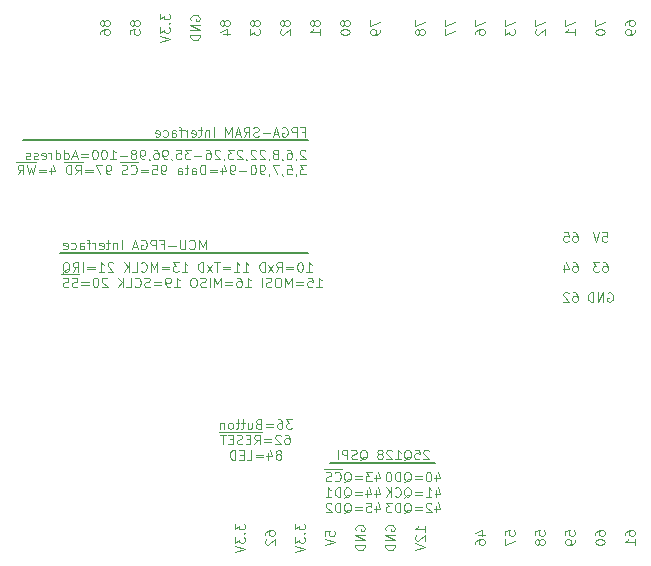
<source format=gbo>
G04 #@! TF.GenerationSoftware,KiCad,Pcbnew,(5.0.0-3-g5ebb6b6)*
G04 #@! TF.CreationDate,2018-11-17T18:38:13+08:00*
G04 #@! TF.ProjectId,M1DKv1-A3P060,4D31444B76312D4133503036302E6B69,rev?*
G04 #@! TF.SameCoordinates,Original*
G04 #@! TF.FileFunction,Legend,Bot*
G04 #@! TF.FilePolarity,Positive*
%FSLAX46Y46*%
G04 Gerber Fmt 4.6, Leading zero omitted, Abs format (unit mm)*
G04 Created by KiCad (PCBNEW (5.0.0-3-g5ebb6b6)) date 2018 November 17, Saturday 18:38:13*
%MOMM*%
%LPD*%
G01*
G04 APERTURE LIST*
%ADD10C,0.100000*%
%ADD11C,0.150000*%
%ADD12O,1.727200X2.032000*%
%ADD13C,4.064000*%
%ADD14R,1.700000X1.700000*%
%ADD15O,1.700000X1.700000*%
%ADD16R,1.727200X1.727200*%
%ADD17O,1.727200X1.727200*%
%ADD18C,1.450000*%
%ADD19O,1.900000X1.200000*%
%ADD20C,2.000000*%
%ADD21O,4.000000X1.800000*%
%ADD22O,1.800000X4.000000*%
%ADD23R,1.800000X4.400000*%
G04 APERTURE END LIST*
D10*
X138531571Y-96881904D02*
X138531571Y-96081904D01*
X138264904Y-96653333D01*
X137998238Y-96081904D01*
X137998238Y-96881904D01*
X137160142Y-96805714D02*
X137198238Y-96843809D01*
X137312523Y-96881904D01*
X137388714Y-96881904D01*
X137503000Y-96843809D01*
X137579190Y-96767619D01*
X137617285Y-96691428D01*
X137655380Y-96539047D01*
X137655380Y-96424761D01*
X137617285Y-96272380D01*
X137579190Y-96196190D01*
X137503000Y-96120000D01*
X137388714Y-96081904D01*
X137312523Y-96081904D01*
X137198238Y-96120000D01*
X137160142Y-96158095D01*
X136817285Y-96081904D02*
X136817285Y-96729523D01*
X136779190Y-96805714D01*
X136741095Y-96843809D01*
X136664904Y-96881904D01*
X136512523Y-96881904D01*
X136436333Y-96843809D01*
X136398238Y-96805714D01*
X136360142Y-96729523D01*
X136360142Y-96081904D01*
X135979190Y-96577142D02*
X135369666Y-96577142D01*
X134722047Y-96462857D02*
X134988714Y-96462857D01*
X134988714Y-96881904D02*
X134988714Y-96081904D01*
X134607761Y-96081904D01*
X134303000Y-96881904D02*
X134303000Y-96081904D01*
X133998238Y-96081904D01*
X133922047Y-96120000D01*
X133883952Y-96158095D01*
X133845857Y-96234285D01*
X133845857Y-96348571D01*
X133883952Y-96424761D01*
X133922047Y-96462857D01*
X133998238Y-96500952D01*
X134303000Y-96500952D01*
X133083952Y-96120000D02*
X133160142Y-96081904D01*
X133274428Y-96081904D01*
X133388714Y-96120000D01*
X133464904Y-96196190D01*
X133503000Y-96272380D01*
X133541095Y-96424761D01*
X133541095Y-96539047D01*
X133503000Y-96691428D01*
X133464904Y-96767619D01*
X133388714Y-96843809D01*
X133274428Y-96881904D01*
X133198238Y-96881904D01*
X133083952Y-96843809D01*
X133045857Y-96805714D01*
X133045857Y-96539047D01*
X133198238Y-96539047D01*
X132741095Y-96653333D02*
X132360142Y-96653333D01*
X132817285Y-96881904D02*
X132550619Y-96081904D01*
X132283952Y-96881904D01*
X131407761Y-96881904D02*
X131407761Y-96081904D01*
X131026809Y-96348571D02*
X131026809Y-96881904D01*
X131026809Y-96424761D02*
X130988714Y-96386666D01*
X130912523Y-96348571D01*
X130798238Y-96348571D01*
X130722047Y-96386666D01*
X130683952Y-96462857D01*
X130683952Y-96881904D01*
X130417285Y-96348571D02*
X130112523Y-96348571D01*
X130303000Y-96081904D02*
X130303000Y-96767619D01*
X130264904Y-96843809D01*
X130188714Y-96881904D01*
X130112523Y-96881904D01*
X129541095Y-96843809D02*
X129617285Y-96881904D01*
X129769666Y-96881904D01*
X129845857Y-96843809D01*
X129883952Y-96767619D01*
X129883952Y-96462857D01*
X129845857Y-96386666D01*
X129769666Y-96348571D01*
X129617285Y-96348571D01*
X129541095Y-96386666D01*
X129503000Y-96462857D01*
X129503000Y-96539047D01*
X129883952Y-96615238D01*
X129160142Y-96881904D02*
X129160142Y-96348571D01*
X129160142Y-96500952D02*
X129122047Y-96424761D01*
X129083952Y-96386666D01*
X129007761Y-96348571D01*
X128931571Y-96348571D01*
X128779190Y-96348571D02*
X128474428Y-96348571D01*
X128664904Y-96881904D02*
X128664904Y-96196190D01*
X128626809Y-96120000D01*
X128550619Y-96081904D01*
X128474428Y-96081904D01*
X127864904Y-96881904D02*
X127864904Y-96462857D01*
X127903000Y-96386666D01*
X127979190Y-96348571D01*
X128131571Y-96348571D01*
X128207761Y-96386666D01*
X127864904Y-96843809D02*
X127941095Y-96881904D01*
X128131571Y-96881904D01*
X128207761Y-96843809D01*
X128245857Y-96767619D01*
X128245857Y-96691428D01*
X128207761Y-96615238D01*
X128131571Y-96577142D01*
X127941095Y-96577142D01*
X127864904Y-96539047D01*
X127141095Y-96843809D02*
X127217285Y-96881904D01*
X127369666Y-96881904D01*
X127445857Y-96843809D01*
X127483952Y-96805714D01*
X127522047Y-96729523D01*
X127522047Y-96500952D01*
X127483952Y-96424761D01*
X127445857Y-96386666D01*
X127369666Y-96348571D01*
X127217285Y-96348571D01*
X127141095Y-96386666D01*
X126493476Y-96843809D02*
X126569666Y-96881904D01*
X126722047Y-96881904D01*
X126798238Y-96843809D01*
X126836333Y-96767619D01*
X126836333Y-96462857D01*
X126798238Y-96386666D01*
X126722047Y-96348571D01*
X126569666Y-96348571D01*
X126493476Y-96386666D01*
X126455380Y-96462857D01*
X126455380Y-96539047D01*
X126836333Y-96615238D01*
D11*
X126238000Y-97155000D02*
X147193000Y-97155000D01*
D10*
X147064904Y-98771904D02*
X147522047Y-98771904D01*
X147293476Y-98771904D02*
X147293476Y-97971904D01*
X147369666Y-98086190D01*
X147445857Y-98162380D01*
X147522047Y-98200476D01*
X146569666Y-97971904D02*
X146493476Y-97971904D01*
X146417285Y-98010000D01*
X146379190Y-98048095D01*
X146341095Y-98124285D01*
X146303000Y-98276666D01*
X146303000Y-98467142D01*
X146341095Y-98619523D01*
X146379190Y-98695714D01*
X146417285Y-98733809D01*
X146493476Y-98771904D01*
X146569666Y-98771904D01*
X146645857Y-98733809D01*
X146683952Y-98695714D01*
X146722047Y-98619523D01*
X146760142Y-98467142D01*
X146760142Y-98276666D01*
X146722047Y-98124285D01*
X146683952Y-98048095D01*
X146645857Y-98010000D01*
X146569666Y-97971904D01*
X145960142Y-98352857D02*
X145350619Y-98352857D01*
X145350619Y-98581428D02*
X145960142Y-98581428D01*
X144512523Y-98771904D02*
X144779190Y-98390952D01*
X144969666Y-98771904D02*
X144969666Y-97971904D01*
X144664904Y-97971904D01*
X144588714Y-98010000D01*
X144550619Y-98048095D01*
X144512523Y-98124285D01*
X144512523Y-98238571D01*
X144550619Y-98314761D01*
X144588714Y-98352857D01*
X144664904Y-98390952D01*
X144969666Y-98390952D01*
X144245857Y-98771904D02*
X143826809Y-98238571D01*
X144245857Y-98238571D02*
X143826809Y-98771904D01*
X143522047Y-98771904D02*
X143522047Y-97971904D01*
X143331571Y-97971904D01*
X143217285Y-98010000D01*
X143141095Y-98086190D01*
X143103000Y-98162380D01*
X143064904Y-98314761D01*
X143064904Y-98429047D01*
X143103000Y-98581428D01*
X143141095Y-98657619D01*
X143217285Y-98733809D01*
X143331571Y-98771904D01*
X143522047Y-98771904D01*
X141693476Y-98771904D02*
X142150619Y-98771904D01*
X141922047Y-98771904D02*
X141922047Y-97971904D01*
X141998238Y-98086190D01*
X142074428Y-98162380D01*
X142150619Y-98200476D01*
X140931571Y-98771904D02*
X141388714Y-98771904D01*
X141160142Y-98771904D02*
X141160142Y-97971904D01*
X141236333Y-98086190D01*
X141312523Y-98162380D01*
X141388714Y-98200476D01*
X140588714Y-98352857D02*
X139979190Y-98352857D01*
X139979190Y-98581428D02*
X140588714Y-98581428D01*
X139712523Y-97971904D02*
X139255380Y-97971904D01*
X139483952Y-98771904D02*
X139483952Y-97971904D01*
X139064904Y-98771904D02*
X138645857Y-98238571D01*
X139064904Y-98238571D02*
X138645857Y-98771904D01*
X138341095Y-98771904D02*
X138341095Y-97971904D01*
X138150619Y-97971904D01*
X138036333Y-98010000D01*
X137960142Y-98086190D01*
X137922047Y-98162380D01*
X137883952Y-98314761D01*
X137883952Y-98429047D01*
X137922047Y-98581428D01*
X137960142Y-98657619D01*
X138036333Y-98733809D01*
X138150619Y-98771904D01*
X138341095Y-98771904D01*
X136512523Y-98771904D02*
X136969666Y-98771904D01*
X136741095Y-98771904D02*
X136741095Y-97971904D01*
X136817285Y-98086190D01*
X136893476Y-98162380D01*
X136969666Y-98200476D01*
X136245857Y-97971904D02*
X135750619Y-97971904D01*
X136017285Y-98276666D01*
X135903000Y-98276666D01*
X135826809Y-98314761D01*
X135788714Y-98352857D01*
X135750619Y-98429047D01*
X135750619Y-98619523D01*
X135788714Y-98695714D01*
X135826809Y-98733809D01*
X135903000Y-98771904D01*
X136131571Y-98771904D01*
X136207761Y-98733809D01*
X136245857Y-98695714D01*
X135407761Y-98352857D02*
X134798238Y-98352857D01*
X134798238Y-98581428D02*
X135407761Y-98581428D01*
X134417285Y-98771904D02*
X134417285Y-97971904D01*
X134150619Y-98543333D01*
X133883952Y-97971904D01*
X133883952Y-98771904D01*
X133045857Y-98695714D02*
X133083952Y-98733809D01*
X133198238Y-98771904D01*
X133274428Y-98771904D01*
X133388714Y-98733809D01*
X133464904Y-98657619D01*
X133503000Y-98581428D01*
X133541095Y-98429047D01*
X133541095Y-98314761D01*
X133503000Y-98162380D01*
X133464904Y-98086190D01*
X133388714Y-98010000D01*
X133274428Y-97971904D01*
X133198238Y-97971904D01*
X133083952Y-98010000D01*
X133045857Y-98048095D01*
X132322047Y-98771904D02*
X132703000Y-98771904D01*
X132703000Y-97971904D01*
X132055380Y-98771904D02*
X132055380Y-97971904D01*
X131598238Y-98771904D02*
X131941095Y-98314761D01*
X131598238Y-97971904D02*
X132055380Y-98429047D01*
X130683952Y-98048095D02*
X130645857Y-98010000D01*
X130569666Y-97971904D01*
X130379190Y-97971904D01*
X130303000Y-98010000D01*
X130264904Y-98048095D01*
X130226809Y-98124285D01*
X130226809Y-98200476D01*
X130264904Y-98314761D01*
X130722047Y-98771904D01*
X130226809Y-98771904D01*
X129464904Y-98771904D02*
X129922047Y-98771904D01*
X129693476Y-98771904D02*
X129693476Y-97971904D01*
X129769666Y-98086190D01*
X129845857Y-98162380D01*
X129922047Y-98200476D01*
X129122047Y-98352857D02*
X128512523Y-98352857D01*
X128512523Y-98581428D02*
X129122047Y-98581428D01*
X128131571Y-98771904D02*
X128131571Y-97971904D01*
X127293476Y-98771904D02*
X127560142Y-98390952D01*
X127750619Y-98771904D02*
X127750619Y-97971904D01*
X127445857Y-97971904D01*
X127369666Y-98010000D01*
X127331571Y-98048095D01*
X127293476Y-98124285D01*
X127293476Y-98238571D01*
X127331571Y-98314761D01*
X127369666Y-98352857D01*
X127445857Y-98390952D01*
X127750619Y-98390952D01*
X126417285Y-98848095D02*
X126493476Y-98810000D01*
X126569666Y-98733809D01*
X126683952Y-98619523D01*
X126760142Y-98581428D01*
X126836333Y-98581428D01*
X126798238Y-98771904D02*
X126874428Y-98733809D01*
X126950619Y-98657619D01*
X126988714Y-98505238D01*
X126988714Y-98238571D01*
X126950619Y-98086190D01*
X126874428Y-98010000D01*
X126798238Y-97971904D01*
X126645857Y-97971904D01*
X126569666Y-98010000D01*
X126493476Y-98086190D01*
X126455380Y-98238571D01*
X126455380Y-98505238D01*
X126493476Y-98657619D01*
X126569666Y-98733809D01*
X126645857Y-98771904D01*
X126798238Y-98771904D01*
X147903000Y-100071904D02*
X148360142Y-100071904D01*
X148131571Y-100071904D02*
X148131571Y-99271904D01*
X148207761Y-99386190D01*
X148283952Y-99462380D01*
X148360142Y-99500476D01*
X147179190Y-99271904D02*
X147560142Y-99271904D01*
X147598238Y-99652857D01*
X147560142Y-99614761D01*
X147483952Y-99576666D01*
X147293476Y-99576666D01*
X147217285Y-99614761D01*
X147179190Y-99652857D01*
X147141095Y-99729047D01*
X147141095Y-99919523D01*
X147179190Y-99995714D01*
X147217285Y-100033809D01*
X147293476Y-100071904D01*
X147483952Y-100071904D01*
X147560142Y-100033809D01*
X147598238Y-99995714D01*
X146798238Y-99652857D02*
X146188714Y-99652857D01*
X146188714Y-99881428D02*
X146798238Y-99881428D01*
X145807761Y-100071904D02*
X145807761Y-99271904D01*
X145541095Y-99843333D01*
X145274428Y-99271904D01*
X145274428Y-100071904D01*
X144741095Y-99271904D02*
X144588714Y-99271904D01*
X144512523Y-99310000D01*
X144436333Y-99386190D01*
X144398238Y-99538571D01*
X144398238Y-99805238D01*
X144436333Y-99957619D01*
X144512523Y-100033809D01*
X144588714Y-100071904D01*
X144741095Y-100071904D01*
X144817285Y-100033809D01*
X144893476Y-99957619D01*
X144931571Y-99805238D01*
X144931571Y-99538571D01*
X144893476Y-99386190D01*
X144817285Y-99310000D01*
X144741095Y-99271904D01*
X144093476Y-100033809D02*
X143979190Y-100071904D01*
X143788714Y-100071904D01*
X143712523Y-100033809D01*
X143674428Y-99995714D01*
X143636333Y-99919523D01*
X143636333Y-99843333D01*
X143674428Y-99767142D01*
X143712523Y-99729047D01*
X143788714Y-99690952D01*
X143941095Y-99652857D01*
X144017285Y-99614761D01*
X144055380Y-99576666D01*
X144093476Y-99500476D01*
X144093476Y-99424285D01*
X144055380Y-99348095D01*
X144017285Y-99310000D01*
X143941095Y-99271904D01*
X143750619Y-99271904D01*
X143636333Y-99310000D01*
X143293476Y-100071904D02*
X143293476Y-99271904D01*
X141883952Y-100071904D02*
X142341095Y-100071904D01*
X142112523Y-100071904D02*
X142112523Y-99271904D01*
X142188714Y-99386190D01*
X142264904Y-99462380D01*
X142341095Y-99500476D01*
X141198238Y-99271904D02*
X141350619Y-99271904D01*
X141426809Y-99310000D01*
X141464904Y-99348095D01*
X141541095Y-99462380D01*
X141579190Y-99614761D01*
X141579190Y-99919523D01*
X141541095Y-99995714D01*
X141503000Y-100033809D01*
X141426809Y-100071904D01*
X141274428Y-100071904D01*
X141198238Y-100033809D01*
X141160142Y-99995714D01*
X141122047Y-99919523D01*
X141122047Y-99729047D01*
X141160142Y-99652857D01*
X141198238Y-99614761D01*
X141274428Y-99576666D01*
X141426809Y-99576666D01*
X141503000Y-99614761D01*
X141541095Y-99652857D01*
X141579190Y-99729047D01*
X140779190Y-99652857D02*
X140169666Y-99652857D01*
X140169666Y-99881428D02*
X140779190Y-99881428D01*
X139788714Y-100071904D02*
X139788714Y-99271904D01*
X139522047Y-99843333D01*
X139255380Y-99271904D01*
X139255380Y-100071904D01*
X138874428Y-100071904D02*
X138874428Y-99271904D01*
X138531571Y-100033809D02*
X138417285Y-100071904D01*
X138226809Y-100071904D01*
X138150619Y-100033809D01*
X138112523Y-99995714D01*
X138074428Y-99919523D01*
X138074428Y-99843333D01*
X138112523Y-99767142D01*
X138150619Y-99729047D01*
X138226809Y-99690952D01*
X138379190Y-99652857D01*
X138455380Y-99614761D01*
X138493476Y-99576666D01*
X138531571Y-99500476D01*
X138531571Y-99424285D01*
X138493476Y-99348095D01*
X138455380Y-99310000D01*
X138379190Y-99271904D01*
X138188714Y-99271904D01*
X138074428Y-99310000D01*
X137579190Y-99271904D02*
X137426809Y-99271904D01*
X137350619Y-99310000D01*
X137274428Y-99386190D01*
X137236333Y-99538571D01*
X137236333Y-99805238D01*
X137274428Y-99957619D01*
X137350619Y-100033809D01*
X137426809Y-100071904D01*
X137579190Y-100071904D01*
X137655380Y-100033809D01*
X137731571Y-99957619D01*
X137769666Y-99805238D01*
X137769666Y-99538571D01*
X137731571Y-99386190D01*
X137655380Y-99310000D01*
X137579190Y-99271904D01*
X135864904Y-100071904D02*
X136322047Y-100071904D01*
X136093476Y-100071904D02*
X136093476Y-99271904D01*
X136169666Y-99386190D01*
X136245857Y-99462380D01*
X136322047Y-99500476D01*
X135483952Y-100071904D02*
X135331571Y-100071904D01*
X135255380Y-100033809D01*
X135217285Y-99995714D01*
X135141095Y-99881428D01*
X135103000Y-99729047D01*
X135103000Y-99424285D01*
X135141095Y-99348095D01*
X135179190Y-99310000D01*
X135255380Y-99271904D01*
X135407761Y-99271904D01*
X135483952Y-99310000D01*
X135522047Y-99348095D01*
X135560142Y-99424285D01*
X135560142Y-99614761D01*
X135522047Y-99690952D01*
X135483952Y-99729047D01*
X135407761Y-99767142D01*
X135255380Y-99767142D01*
X135179190Y-99729047D01*
X135141095Y-99690952D01*
X135103000Y-99614761D01*
X134760142Y-99652857D02*
X134150619Y-99652857D01*
X134150619Y-99881428D02*
X134760142Y-99881428D01*
X133807761Y-100033809D02*
X133693476Y-100071904D01*
X133503000Y-100071904D01*
X133426809Y-100033809D01*
X133388714Y-99995714D01*
X133350619Y-99919523D01*
X133350619Y-99843333D01*
X133388714Y-99767142D01*
X133426809Y-99729047D01*
X133503000Y-99690952D01*
X133655380Y-99652857D01*
X133731571Y-99614761D01*
X133769666Y-99576666D01*
X133807761Y-99500476D01*
X133807761Y-99424285D01*
X133769666Y-99348095D01*
X133731571Y-99310000D01*
X133655380Y-99271904D01*
X133464904Y-99271904D01*
X133350619Y-99310000D01*
X132550619Y-99995714D02*
X132588714Y-100033809D01*
X132703000Y-100071904D01*
X132779190Y-100071904D01*
X132893476Y-100033809D01*
X132969666Y-99957619D01*
X133007761Y-99881428D01*
X133045857Y-99729047D01*
X133045857Y-99614761D01*
X133007761Y-99462380D01*
X132969666Y-99386190D01*
X132893476Y-99310000D01*
X132779190Y-99271904D01*
X132703000Y-99271904D01*
X132588714Y-99310000D01*
X132550619Y-99348095D01*
X131826809Y-100071904D02*
X132207761Y-100071904D01*
X132207761Y-99271904D01*
X131560142Y-100071904D02*
X131560142Y-99271904D01*
X131103000Y-100071904D02*
X131445857Y-99614761D01*
X131103000Y-99271904D02*
X131560142Y-99729047D01*
X130188714Y-99348095D02*
X130150619Y-99310000D01*
X130074428Y-99271904D01*
X129883952Y-99271904D01*
X129807761Y-99310000D01*
X129769666Y-99348095D01*
X129731571Y-99424285D01*
X129731571Y-99500476D01*
X129769666Y-99614761D01*
X130226809Y-100071904D01*
X129731571Y-100071904D01*
X129236333Y-99271904D02*
X129160142Y-99271904D01*
X129083952Y-99310000D01*
X129045857Y-99348095D01*
X129007761Y-99424285D01*
X128969666Y-99576666D01*
X128969666Y-99767142D01*
X129007761Y-99919523D01*
X129045857Y-99995714D01*
X129083952Y-100033809D01*
X129160142Y-100071904D01*
X129236333Y-100071904D01*
X129312523Y-100033809D01*
X129350619Y-99995714D01*
X129388714Y-99919523D01*
X129426809Y-99767142D01*
X129426809Y-99576666D01*
X129388714Y-99424285D01*
X129350619Y-99348095D01*
X129312523Y-99310000D01*
X129236333Y-99271904D01*
X128626809Y-99652857D02*
X128017285Y-99652857D01*
X128017285Y-99881428D02*
X128626809Y-99881428D01*
X127826809Y-99004000D02*
X127064904Y-99004000D01*
X127674428Y-100033809D02*
X127560142Y-100071904D01*
X127369666Y-100071904D01*
X127293476Y-100033809D01*
X127255380Y-99995714D01*
X127217285Y-99919523D01*
X127217285Y-99843333D01*
X127255380Y-99767142D01*
X127293476Y-99729047D01*
X127369666Y-99690952D01*
X127522047Y-99652857D01*
X127598238Y-99614761D01*
X127636333Y-99576666D01*
X127674428Y-99500476D01*
X127674428Y-99424285D01*
X127636333Y-99348095D01*
X127598238Y-99310000D01*
X127522047Y-99271904D01*
X127331571Y-99271904D01*
X127217285Y-99310000D01*
X127064904Y-99004000D02*
X126303000Y-99004000D01*
X126912523Y-100033809D02*
X126798238Y-100071904D01*
X126607761Y-100071904D01*
X126531571Y-100033809D01*
X126493476Y-99995714D01*
X126455380Y-99919523D01*
X126455380Y-99843333D01*
X126493476Y-99767142D01*
X126531571Y-99729047D01*
X126607761Y-99690952D01*
X126760142Y-99652857D01*
X126836333Y-99614761D01*
X126874428Y-99576666D01*
X126912523Y-99500476D01*
X126912523Y-99424285D01*
X126874428Y-99348095D01*
X126836333Y-99310000D01*
X126760142Y-99271904D01*
X126569666Y-99271904D01*
X126455380Y-99310000D01*
X145833714Y-111291904D02*
X145338476Y-111291904D01*
X145605142Y-111596666D01*
X145490857Y-111596666D01*
X145414666Y-111634761D01*
X145376571Y-111672857D01*
X145338476Y-111749047D01*
X145338476Y-111939523D01*
X145376571Y-112015714D01*
X145414666Y-112053809D01*
X145490857Y-112091904D01*
X145719428Y-112091904D01*
X145795619Y-112053809D01*
X145833714Y-112015714D01*
X144652761Y-111291904D02*
X144805142Y-111291904D01*
X144881333Y-111330000D01*
X144919428Y-111368095D01*
X144995619Y-111482380D01*
X145033714Y-111634761D01*
X145033714Y-111939523D01*
X144995619Y-112015714D01*
X144957523Y-112053809D01*
X144881333Y-112091904D01*
X144728952Y-112091904D01*
X144652761Y-112053809D01*
X144614666Y-112015714D01*
X144576571Y-111939523D01*
X144576571Y-111749047D01*
X144614666Y-111672857D01*
X144652761Y-111634761D01*
X144728952Y-111596666D01*
X144881333Y-111596666D01*
X144957523Y-111634761D01*
X144995619Y-111672857D01*
X145033714Y-111749047D01*
X144233714Y-111672857D02*
X143624190Y-111672857D01*
X143624190Y-111901428D02*
X144233714Y-111901428D01*
X142976571Y-111672857D02*
X142862285Y-111710952D01*
X142824190Y-111749047D01*
X142786095Y-111825238D01*
X142786095Y-111939523D01*
X142824190Y-112015714D01*
X142862285Y-112053809D01*
X142938476Y-112091904D01*
X143243238Y-112091904D01*
X143243238Y-111291904D01*
X142976571Y-111291904D01*
X142900380Y-111330000D01*
X142862285Y-111368095D01*
X142824190Y-111444285D01*
X142824190Y-111520476D01*
X142862285Y-111596666D01*
X142900380Y-111634761D01*
X142976571Y-111672857D01*
X143243238Y-111672857D01*
X142100380Y-111558571D02*
X142100380Y-112091904D01*
X142443238Y-111558571D02*
X142443238Y-111977619D01*
X142405142Y-112053809D01*
X142328952Y-112091904D01*
X142214666Y-112091904D01*
X142138476Y-112053809D01*
X142100380Y-112015714D01*
X141833714Y-111558571D02*
X141528952Y-111558571D01*
X141719428Y-111291904D02*
X141719428Y-111977619D01*
X141681333Y-112053809D01*
X141605142Y-112091904D01*
X141528952Y-112091904D01*
X141376571Y-111558571D02*
X141071809Y-111558571D01*
X141262285Y-111291904D02*
X141262285Y-111977619D01*
X141224190Y-112053809D01*
X141148000Y-112091904D01*
X141071809Y-112091904D01*
X140690857Y-112091904D02*
X140767047Y-112053809D01*
X140805142Y-112015714D01*
X140843238Y-111939523D01*
X140843238Y-111710952D01*
X140805142Y-111634761D01*
X140767047Y-111596666D01*
X140690857Y-111558571D01*
X140576571Y-111558571D01*
X140500380Y-111596666D01*
X140462285Y-111634761D01*
X140424190Y-111710952D01*
X140424190Y-111939523D01*
X140462285Y-112015714D01*
X140500380Y-112053809D01*
X140576571Y-112091904D01*
X140690857Y-112091904D01*
X140081333Y-111558571D02*
X140081333Y-112091904D01*
X140081333Y-111634761D02*
X140043238Y-111596666D01*
X139967047Y-111558571D01*
X139852761Y-111558571D01*
X139776571Y-111596666D01*
X139738476Y-111672857D01*
X139738476Y-112091904D01*
X145281333Y-112591904D02*
X145433714Y-112591904D01*
X145509904Y-112630000D01*
X145548000Y-112668095D01*
X145624190Y-112782380D01*
X145662285Y-112934761D01*
X145662285Y-113239523D01*
X145624190Y-113315714D01*
X145586095Y-113353809D01*
X145509904Y-113391904D01*
X145357523Y-113391904D01*
X145281333Y-113353809D01*
X145243238Y-113315714D01*
X145205142Y-113239523D01*
X145205142Y-113049047D01*
X145243238Y-112972857D01*
X145281333Y-112934761D01*
X145357523Y-112896666D01*
X145509904Y-112896666D01*
X145586095Y-112934761D01*
X145624190Y-112972857D01*
X145662285Y-113049047D01*
X144900380Y-112668095D02*
X144862285Y-112630000D01*
X144786095Y-112591904D01*
X144595619Y-112591904D01*
X144519428Y-112630000D01*
X144481333Y-112668095D01*
X144443238Y-112744285D01*
X144443238Y-112820476D01*
X144481333Y-112934761D01*
X144938476Y-113391904D01*
X144443238Y-113391904D01*
X144100380Y-112972857D02*
X143490857Y-112972857D01*
X143490857Y-113201428D02*
X144100380Y-113201428D01*
X143300380Y-112324000D02*
X142500380Y-112324000D01*
X142652761Y-113391904D02*
X142919428Y-113010952D01*
X143109904Y-113391904D02*
X143109904Y-112591904D01*
X142805142Y-112591904D01*
X142728952Y-112630000D01*
X142690857Y-112668095D01*
X142652761Y-112744285D01*
X142652761Y-112858571D01*
X142690857Y-112934761D01*
X142728952Y-112972857D01*
X142805142Y-113010952D01*
X143109904Y-113010952D01*
X142500380Y-112324000D02*
X141776571Y-112324000D01*
X142309904Y-112972857D02*
X142043238Y-112972857D01*
X141928952Y-113391904D02*
X142309904Y-113391904D01*
X142309904Y-112591904D01*
X141928952Y-112591904D01*
X141776571Y-112324000D02*
X141014666Y-112324000D01*
X141624190Y-113353809D02*
X141509904Y-113391904D01*
X141319428Y-113391904D01*
X141243238Y-113353809D01*
X141205142Y-113315714D01*
X141167047Y-113239523D01*
X141167047Y-113163333D01*
X141205142Y-113087142D01*
X141243238Y-113049047D01*
X141319428Y-113010952D01*
X141471809Y-112972857D01*
X141548000Y-112934761D01*
X141586095Y-112896666D01*
X141624190Y-112820476D01*
X141624190Y-112744285D01*
X141586095Y-112668095D01*
X141548000Y-112630000D01*
X141471809Y-112591904D01*
X141281333Y-112591904D01*
X141167047Y-112630000D01*
X141014666Y-112324000D02*
X140290857Y-112324000D01*
X140824190Y-112972857D02*
X140557523Y-112972857D01*
X140443238Y-113391904D02*
X140824190Y-113391904D01*
X140824190Y-112591904D01*
X140443238Y-112591904D01*
X140290857Y-112324000D02*
X139681333Y-112324000D01*
X140214666Y-112591904D02*
X139757523Y-112591904D01*
X139986095Y-113391904D02*
X139986095Y-112591904D01*
X144786095Y-114234761D02*
X144862285Y-114196666D01*
X144900380Y-114158571D01*
X144938476Y-114082380D01*
X144938476Y-114044285D01*
X144900380Y-113968095D01*
X144862285Y-113930000D01*
X144786095Y-113891904D01*
X144633714Y-113891904D01*
X144557523Y-113930000D01*
X144519428Y-113968095D01*
X144481333Y-114044285D01*
X144481333Y-114082380D01*
X144519428Y-114158571D01*
X144557523Y-114196666D01*
X144633714Y-114234761D01*
X144786095Y-114234761D01*
X144862285Y-114272857D01*
X144900380Y-114310952D01*
X144938476Y-114387142D01*
X144938476Y-114539523D01*
X144900380Y-114615714D01*
X144862285Y-114653809D01*
X144786095Y-114691904D01*
X144633714Y-114691904D01*
X144557523Y-114653809D01*
X144519428Y-114615714D01*
X144481333Y-114539523D01*
X144481333Y-114387142D01*
X144519428Y-114310952D01*
X144557523Y-114272857D01*
X144633714Y-114234761D01*
X143795619Y-114158571D02*
X143795619Y-114691904D01*
X143986095Y-113853809D02*
X144176571Y-114425238D01*
X143681333Y-114425238D01*
X143376571Y-114272857D02*
X142767047Y-114272857D01*
X142767047Y-114501428D02*
X143376571Y-114501428D01*
X142005142Y-114691904D02*
X142386095Y-114691904D01*
X142386095Y-113891904D01*
X141738476Y-114272857D02*
X141471809Y-114272857D01*
X141357523Y-114691904D02*
X141738476Y-114691904D01*
X141738476Y-113891904D01*
X141357523Y-113891904D01*
X141014666Y-114691904D02*
X141014666Y-113891904D01*
X140824190Y-113891904D01*
X140709904Y-113930000D01*
X140633714Y-114006190D01*
X140595619Y-114082380D01*
X140557523Y-114234761D01*
X140557523Y-114349047D01*
X140595619Y-114501428D01*
X140633714Y-114577619D01*
X140709904Y-114653809D01*
X140824190Y-114691904D01*
X141014666Y-114691904D01*
X146670857Y-86937857D02*
X146937523Y-86937857D01*
X146937523Y-87356904D02*
X146937523Y-86556904D01*
X146556571Y-86556904D01*
X146251809Y-87356904D02*
X146251809Y-86556904D01*
X145947047Y-86556904D01*
X145870857Y-86595000D01*
X145832761Y-86633095D01*
X145794666Y-86709285D01*
X145794666Y-86823571D01*
X145832761Y-86899761D01*
X145870857Y-86937857D01*
X145947047Y-86975952D01*
X146251809Y-86975952D01*
X145032761Y-86595000D02*
X145108952Y-86556904D01*
X145223238Y-86556904D01*
X145337523Y-86595000D01*
X145413714Y-86671190D01*
X145451809Y-86747380D01*
X145489904Y-86899761D01*
X145489904Y-87014047D01*
X145451809Y-87166428D01*
X145413714Y-87242619D01*
X145337523Y-87318809D01*
X145223238Y-87356904D01*
X145147047Y-87356904D01*
X145032761Y-87318809D01*
X144994666Y-87280714D01*
X144994666Y-87014047D01*
X145147047Y-87014047D01*
X144689904Y-87128333D02*
X144308952Y-87128333D01*
X144766095Y-87356904D02*
X144499428Y-86556904D01*
X144232761Y-87356904D01*
X143966095Y-87052142D02*
X143356571Y-87052142D01*
X143013714Y-87318809D02*
X142899428Y-87356904D01*
X142708952Y-87356904D01*
X142632761Y-87318809D01*
X142594666Y-87280714D01*
X142556571Y-87204523D01*
X142556571Y-87128333D01*
X142594666Y-87052142D01*
X142632761Y-87014047D01*
X142708952Y-86975952D01*
X142861333Y-86937857D01*
X142937523Y-86899761D01*
X142975619Y-86861666D01*
X143013714Y-86785476D01*
X143013714Y-86709285D01*
X142975619Y-86633095D01*
X142937523Y-86595000D01*
X142861333Y-86556904D01*
X142670857Y-86556904D01*
X142556571Y-86595000D01*
X141756571Y-87356904D02*
X142023238Y-86975952D01*
X142213714Y-87356904D02*
X142213714Y-86556904D01*
X141908952Y-86556904D01*
X141832761Y-86595000D01*
X141794666Y-86633095D01*
X141756571Y-86709285D01*
X141756571Y-86823571D01*
X141794666Y-86899761D01*
X141832761Y-86937857D01*
X141908952Y-86975952D01*
X142213714Y-86975952D01*
X141451809Y-87128333D02*
X141070857Y-87128333D01*
X141528000Y-87356904D02*
X141261333Y-86556904D01*
X140994666Y-87356904D01*
X140728000Y-87356904D02*
X140728000Y-86556904D01*
X140461333Y-87128333D01*
X140194666Y-86556904D01*
X140194666Y-87356904D01*
X139204190Y-87356904D02*
X139204190Y-86556904D01*
X138823238Y-86823571D02*
X138823238Y-87356904D01*
X138823238Y-86899761D02*
X138785142Y-86861666D01*
X138708952Y-86823571D01*
X138594666Y-86823571D01*
X138518476Y-86861666D01*
X138480380Y-86937857D01*
X138480380Y-87356904D01*
X138213714Y-86823571D02*
X137908952Y-86823571D01*
X138099428Y-86556904D02*
X138099428Y-87242619D01*
X138061333Y-87318809D01*
X137985142Y-87356904D01*
X137908952Y-87356904D01*
X137337523Y-87318809D02*
X137413714Y-87356904D01*
X137566095Y-87356904D01*
X137642285Y-87318809D01*
X137680380Y-87242619D01*
X137680380Y-86937857D01*
X137642285Y-86861666D01*
X137566095Y-86823571D01*
X137413714Y-86823571D01*
X137337523Y-86861666D01*
X137299428Y-86937857D01*
X137299428Y-87014047D01*
X137680380Y-87090238D01*
X136956571Y-87356904D02*
X136956571Y-86823571D01*
X136956571Y-86975952D02*
X136918476Y-86899761D01*
X136880380Y-86861666D01*
X136804190Y-86823571D01*
X136728000Y-86823571D01*
X136575619Y-86823571D02*
X136270857Y-86823571D01*
X136461333Y-87356904D02*
X136461333Y-86671190D01*
X136423238Y-86595000D01*
X136347047Y-86556904D01*
X136270857Y-86556904D01*
X135661333Y-87356904D02*
X135661333Y-86937857D01*
X135699428Y-86861666D01*
X135775619Y-86823571D01*
X135928000Y-86823571D01*
X136004190Y-86861666D01*
X135661333Y-87318809D02*
X135737523Y-87356904D01*
X135928000Y-87356904D01*
X136004190Y-87318809D01*
X136042285Y-87242619D01*
X136042285Y-87166428D01*
X136004190Y-87090238D01*
X135928000Y-87052142D01*
X135737523Y-87052142D01*
X135661333Y-87014047D01*
X134937523Y-87318809D02*
X135013714Y-87356904D01*
X135166095Y-87356904D01*
X135242285Y-87318809D01*
X135280380Y-87280714D01*
X135318476Y-87204523D01*
X135318476Y-86975952D01*
X135280380Y-86899761D01*
X135242285Y-86861666D01*
X135166095Y-86823571D01*
X135013714Y-86823571D01*
X134937523Y-86861666D01*
X134289904Y-87318809D02*
X134366095Y-87356904D01*
X134518476Y-87356904D01*
X134594666Y-87318809D01*
X134632761Y-87242619D01*
X134632761Y-86937857D01*
X134594666Y-86861666D01*
X134518476Y-86823571D01*
X134366095Y-86823571D01*
X134289904Y-86861666D01*
X134251809Y-86937857D01*
X134251809Y-87014047D01*
X134632761Y-87090238D01*
D11*
X147193000Y-87630000D02*
X123063000Y-87630000D01*
D10*
X146975619Y-88523095D02*
X146937523Y-88485000D01*
X146861333Y-88446904D01*
X146670857Y-88446904D01*
X146594666Y-88485000D01*
X146556571Y-88523095D01*
X146518476Y-88599285D01*
X146518476Y-88675476D01*
X146556571Y-88789761D01*
X147013714Y-89246904D01*
X146518476Y-89246904D01*
X146137523Y-89208809D02*
X146137523Y-89246904D01*
X146175619Y-89323095D01*
X146213714Y-89361190D01*
X145451809Y-88446904D02*
X145604190Y-88446904D01*
X145680380Y-88485000D01*
X145718476Y-88523095D01*
X145794666Y-88637380D01*
X145832761Y-88789761D01*
X145832761Y-89094523D01*
X145794666Y-89170714D01*
X145756571Y-89208809D01*
X145680380Y-89246904D01*
X145528000Y-89246904D01*
X145451809Y-89208809D01*
X145413714Y-89170714D01*
X145375619Y-89094523D01*
X145375619Y-88904047D01*
X145413714Y-88827857D01*
X145451809Y-88789761D01*
X145528000Y-88751666D01*
X145680380Y-88751666D01*
X145756571Y-88789761D01*
X145794666Y-88827857D01*
X145832761Y-88904047D01*
X144994666Y-89208809D02*
X144994666Y-89246904D01*
X145032761Y-89323095D01*
X145070857Y-89361190D01*
X144537523Y-88789761D02*
X144613714Y-88751666D01*
X144651809Y-88713571D01*
X144689904Y-88637380D01*
X144689904Y-88599285D01*
X144651809Y-88523095D01*
X144613714Y-88485000D01*
X144537523Y-88446904D01*
X144385142Y-88446904D01*
X144308952Y-88485000D01*
X144270857Y-88523095D01*
X144232761Y-88599285D01*
X144232761Y-88637380D01*
X144270857Y-88713571D01*
X144308952Y-88751666D01*
X144385142Y-88789761D01*
X144537523Y-88789761D01*
X144613714Y-88827857D01*
X144651809Y-88865952D01*
X144689904Y-88942142D01*
X144689904Y-89094523D01*
X144651809Y-89170714D01*
X144613714Y-89208809D01*
X144537523Y-89246904D01*
X144385142Y-89246904D01*
X144308952Y-89208809D01*
X144270857Y-89170714D01*
X144232761Y-89094523D01*
X144232761Y-88942142D01*
X144270857Y-88865952D01*
X144308952Y-88827857D01*
X144385142Y-88789761D01*
X143851809Y-89208809D02*
X143851809Y-89246904D01*
X143889904Y-89323095D01*
X143928000Y-89361190D01*
X143547047Y-88523095D02*
X143508952Y-88485000D01*
X143432761Y-88446904D01*
X143242285Y-88446904D01*
X143166095Y-88485000D01*
X143128000Y-88523095D01*
X143089904Y-88599285D01*
X143089904Y-88675476D01*
X143128000Y-88789761D01*
X143585142Y-89246904D01*
X143089904Y-89246904D01*
X142785142Y-88523095D02*
X142747047Y-88485000D01*
X142670857Y-88446904D01*
X142480380Y-88446904D01*
X142404190Y-88485000D01*
X142366095Y-88523095D01*
X142328000Y-88599285D01*
X142328000Y-88675476D01*
X142366095Y-88789761D01*
X142823238Y-89246904D01*
X142328000Y-89246904D01*
X141947047Y-89208809D02*
X141947047Y-89246904D01*
X141985142Y-89323095D01*
X142023238Y-89361190D01*
X141642285Y-88523095D02*
X141604190Y-88485000D01*
X141528000Y-88446904D01*
X141337523Y-88446904D01*
X141261333Y-88485000D01*
X141223238Y-88523095D01*
X141185142Y-88599285D01*
X141185142Y-88675476D01*
X141223238Y-88789761D01*
X141680380Y-89246904D01*
X141185142Y-89246904D01*
X140918476Y-88446904D02*
X140423238Y-88446904D01*
X140689904Y-88751666D01*
X140575619Y-88751666D01*
X140499428Y-88789761D01*
X140461333Y-88827857D01*
X140423238Y-88904047D01*
X140423238Y-89094523D01*
X140461333Y-89170714D01*
X140499428Y-89208809D01*
X140575619Y-89246904D01*
X140804190Y-89246904D01*
X140880380Y-89208809D01*
X140918476Y-89170714D01*
X140042285Y-89208809D02*
X140042285Y-89246904D01*
X140080380Y-89323095D01*
X140118476Y-89361190D01*
X139737523Y-88523095D02*
X139699428Y-88485000D01*
X139623238Y-88446904D01*
X139432761Y-88446904D01*
X139356571Y-88485000D01*
X139318476Y-88523095D01*
X139280380Y-88599285D01*
X139280380Y-88675476D01*
X139318476Y-88789761D01*
X139775619Y-89246904D01*
X139280380Y-89246904D01*
X138594666Y-88446904D02*
X138747047Y-88446904D01*
X138823238Y-88485000D01*
X138861333Y-88523095D01*
X138937523Y-88637380D01*
X138975619Y-88789761D01*
X138975619Y-89094523D01*
X138937523Y-89170714D01*
X138899428Y-89208809D01*
X138823238Y-89246904D01*
X138670857Y-89246904D01*
X138594666Y-89208809D01*
X138556571Y-89170714D01*
X138518476Y-89094523D01*
X138518476Y-88904047D01*
X138556571Y-88827857D01*
X138594666Y-88789761D01*
X138670857Y-88751666D01*
X138823238Y-88751666D01*
X138899428Y-88789761D01*
X138937523Y-88827857D01*
X138975619Y-88904047D01*
X138175619Y-88942142D02*
X137566095Y-88942142D01*
X137261333Y-88446904D02*
X136766095Y-88446904D01*
X137032761Y-88751666D01*
X136918476Y-88751666D01*
X136842285Y-88789761D01*
X136804190Y-88827857D01*
X136766095Y-88904047D01*
X136766095Y-89094523D01*
X136804190Y-89170714D01*
X136842285Y-89208809D01*
X136918476Y-89246904D01*
X137147047Y-89246904D01*
X137223238Y-89208809D01*
X137261333Y-89170714D01*
X136042285Y-88446904D02*
X136423238Y-88446904D01*
X136461333Y-88827857D01*
X136423238Y-88789761D01*
X136347047Y-88751666D01*
X136156571Y-88751666D01*
X136080380Y-88789761D01*
X136042285Y-88827857D01*
X136004190Y-88904047D01*
X136004190Y-89094523D01*
X136042285Y-89170714D01*
X136080380Y-89208809D01*
X136156571Y-89246904D01*
X136347047Y-89246904D01*
X136423238Y-89208809D01*
X136461333Y-89170714D01*
X135623238Y-89208809D02*
X135623238Y-89246904D01*
X135661333Y-89323095D01*
X135699428Y-89361190D01*
X135242285Y-89246904D02*
X135089904Y-89246904D01*
X135013714Y-89208809D01*
X134975619Y-89170714D01*
X134899428Y-89056428D01*
X134861333Y-88904047D01*
X134861333Y-88599285D01*
X134899428Y-88523095D01*
X134937523Y-88485000D01*
X135013714Y-88446904D01*
X135166095Y-88446904D01*
X135242285Y-88485000D01*
X135280380Y-88523095D01*
X135318476Y-88599285D01*
X135318476Y-88789761D01*
X135280380Y-88865952D01*
X135242285Y-88904047D01*
X135166095Y-88942142D01*
X135013714Y-88942142D01*
X134937523Y-88904047D01*
X134899428Y-88865952D01*
X134861333Y-88789761D01*
X134175619Y-88446904D02*
X134328000Y-88446904D01*
X134404190Y-88485000D01*
X134442285Y-88523095D01*
X134518476Y-88637380D01*
X134556571Y-88789761D01*
X134556571Y-89094523D01*
X134518476Y-89170714D01*
X134480380Y-89208809D01*
X134404190Y-89246904D01*
X134251809Y-89246904D01*
X134175619Y-89208809D01*
X134137523Y-89170714D01*
X134099428Y-89094523D01*
X134099428Y-88904047D01*
X134137523Y-88827857D01*
X134175619Y-88789761D01*
X134251809Y-88751666D01*
X134404190Y-88751666D01*
X134480380Y-88789761D01*
X134518476Y-88827857D01*
X134556571Y-88904047D01*
X133718476Y-89208809D02*
X133718476Y-89246904D01*
X133756571Y-89323095D01*
X133794666Y-89361190D01*
X133337523Y-89246904D02*
X133185142Y-89246904D01*
X133108952Y-89208809D01*
X133070857Y-89170714D01*
X132994666Y-89056428D01*
X132956571Y-88904047D01*
X132956571Y-88599285D01*
X132994666Y-88523095D01*
X133032761Y-88485000D01*
X133108952Y-88446904D01*
X133261333Y-88446904D01*
X133337523Y-88485000D01*
X133375619Y-88523095D01*
X133413714Y-88599285D01*
X133413714Y-88789761D01*
X133375619Y-88865952D01*
X133337523Y-88904047D01*
X133261333Y-88942142D01*
X133108952Y-88942142D01*
X133032761Y-88904047D01*
X132994666Y-88865952D01*
X132956571Y-88789761D01*
X132499428Y-88789761D02*
X132575619Y-88751666D01*
X132613714Y-88713571D01*
X132651809Y-88637380D01*
X132651809Y-88599285D01*
X132613714Y-88523095D01*
X132575619Y-88485000D01*
X132499428Y-88446904D01*
X132347047Y-88446904D01*
X132270857Y-88485000D01*
X132232761Y-88523095D01*
X132194666Y-88599285D01*
X132194666Y-88637380D01*
X132232761Y-88713571D01*
X132270857Y-88751666D01*
X132347047Y-88789761D01*
X132499428Y-88789761D01*
X132575619Y-88827857D01*
X132613714Y-88865952D01*
X132651809Y-88942142D01*
X132651809Y-89094523D01*
X132613714Y-89170714D01*
X132575619Y-89208809D01*
X132499428Y-89246904D01*
X132347047Y-89246904D01*
X132270857Y-89208809D01*
X132232761Y-89170714D01*
X132194666Y-89094523D01*
X132194666Y-88942142D01*
X132232761Y-88865952D01*
X132270857Y-88827857D01*
X132347047Y-88789761D01*
X131851809Y-88942142D02*
X131242285Y-88942142D01*
X130442285Y-89246904D02*
X130899428Y-89246904D01*
X130670857Y-89246904D02*
X130670857Y-88446904D01*
X130747047Y-88561190D01*
X130823238Y-88637380D01*
X130899428Y-88675476D01*
X129947047Y-88446904D02*
X129870857Y-88446904D01*
X129794666Y-88485000D01*
X129756571Y-88523095D01*
X129718476Y-88599285D01*
X129680380Y-88751666D01*
X129680380Y-88942142D01*
X129718476Y-89094523D01*
X129756571Y-89170714D01*
X129794666Y-89208809D01*
X129870857Y-89246904D01*
X129947047Y-89246904D01*
X130023238Y-89208809D01*
X130061333Y-89170714D01*
X130099428Y-89094523D01*
X130137523Y-88942142D01*
X130137523Y-88751666D01*
X130099428Y-88599285D01*
X130061333Y-88523095D01*
X130023238Y-88485000D01*
X129947047Y-88446904D01*
X129185142Y-88446904D02*
X129108952Y-88446904D01*
X129032761Y-88485000D01*
X128994666Y-88523095D01*
X128956571Y-88599285D01*
X128918476Y-88751666D01*
X128918476Y-88942142D01*
X128956571Y-89094523D01*
X128994666Y-89170714D01*
X129032761Y-89208809D01*
X129108952Y-89246904D01*
X129185142Y-89246904D01*
X129261333Y-89208809D01*
X129299428Y-89170714D01*
X129337523Y-89094523D01*
X129375619Y-88942142D01*
X129375619Y-88751666D01*
X129337523Y-88599285D01*
X129299428Y-88523095D01*
X129261333Y-88485000D01*
X129185142Y-88446904D01*
X128575619Y-88827857D02*
X127966095Y-88827857D01*
X127966095Y-89056428D02*
X128575619Y-89056428D01*
X127623238Y-89018333D02*
X127242285Y-89018333D01*
X127699428Y-89246904D02*
X127432761Y-88446904D01*
X127166095Y-89246904D01*
X126556571Y-89246904D02*
X126556571Y-88446904D01*
X126556571Y-89208809D02*
X126632761Y-89246904D01*
X126785142Y-89246904D01*
X126861333Y-89208809D01*
X126899428Y-89170714D01*
X126937523Y-89094523D01*
X126937523Y-88865952D01*
X126899428Y-88789761D01*
X126861333Y-88751666D01*
X126785142Y-88713571D01*
X126632761Y-88713571D01*
X126556571Y-88751666D01*
X125832761Y-89246904D02*
X125832761Y-88446904D01*
X125832761Y-89208809D02*
X125908952Y-89246904D01*
X126061333Y-89246904D01*
X126137523Y-89208809D01*
X126175619Y-89170714D01*
X126213714Y-89094523D01*
X126213714Y-88865952D01*
X126175619Y-88789761D01*
X126137523Y-88751666D01*
X126061333Y-88713571D01*
X125908952Y-88713571D01*
X125832761Y-88751666D01*
X125451809Y-89246904D02*
X125451809Y-88713571D01*
X125451809Y-88865952D02*
X125413714Y-88789761D01*
X125375619Y-88751666D01*
X125299428Y-88713571D01*
X125223238Y-88713571D01*
X124651809Y-89208809D02*
X124728000Y-89246904D01*
X124880380Y-89246904D01*
X124956571Y-89208809D01*
X124994666Y-89132619D01*
X124994666Y-88827857D01*
X124956571Y-88751666D01*
X124880380Y-88713571D01*
X124728000Y-88713571D01*
X124651809Y-88751666D01*
X124613714Y-88827857D01*
X124613714Y-88904047D01*
X124994666Y-88980238D01*
X124308952Y-89208809D02*
X124232761Y-89246904D01*
X124080380Y-89246904D01*
X124004190Y-89208809D01*
X123966095Y-89132619D01*
X123966095Y-89094523D01*
X124004190Y-89018333D01*
X124080380Y-88980238D01*
X124194666Y-88980238D01*
X124270857Y-88942142D01*
X124308952Y-88865952D01*
X124308952Y-88827857D01*
X124270857Y-88751666D01*
X124194666Y-88713571D01*
X124080380Y-88713571D01*
X124004190Y-88751666D01*
X123661333Y-89208809D02*
X123585142Y-89246904D01*
X123432761Y-89246904D01*
X123356571Y-89208809D01*
X123318476Y-89132619D01*
X123318476Y-89094523D01*
X123356571Y-89018333D01*
X123432761Y-88980238D01*
X123547047Y-88980238D01*
X123623238Y-88942142D01*
X123661333Y-88865952D01*
X123661333Y-88827857D01*
X123623238Y-88751666D01*
X123547047Y-88713571D01*
X123432761Y-88713571D01*
X123356571Y-88751666D01*
X147013714Y-89746904D02*
X146518476Y-89746904D01*
X146785142Y-90051666D01*
X146670857Y-90051666D01*
X146594666Y-90089761D01*
X146556571Y-90127857D01*
X146518476Y-90204047D01*
X146518476Y-90394523D01*
X146556571Y-90470714D01*
X146594666Y-90508809D01*
X146670857Y-90546904D01*
X146899428Y-90546904D01*
X146975619Y-90508809D01*
X147013714Y-90470714D01*
X146137523Y-90508809D02*
X146137523Y-90546904D01*
X146175619Y-90623095D01*
X146213714Y-90661190D01*
X145413714Y-89746904D02*
X145794666Y-89746904D01*
X145832761Y-90127857D01*
X145794666Y-90089761D01*
X145718476Y-90051666D01*
X145528000Y-90051666D01*
X145451809Y-90089761D01*
X145413714Y-90127857D01*
X145375619Y-90204047D01*
X145375619Y-90394523D01*
X145413714Y-90470714D01*
X145451809Y-90508809D01*
X145528000Y-90546904D01*
X145718476Y-90546904D01*
X145794666Y-90508809D01*
X145832761Y-90470714D01*
X144994666Y-90508809D02*
X144994666Y-90546904D01*
X145032761Y-90623095D01*
X145070857Y-90661190D01*
X144728000Y-89746904D02*
X144194666Y-89746904D01*
X144537523Y-90546904D01*
X143851809Y-90508809D02*
X143851809Y-90546904D01*
X143889904Y-90623095D01*
X143928000Y-90661190D01*
X143470857Y-90546904D02*
X143318476Y-90546904D01*
X143242285Y-90508809D01*
X143204190Y-90470714D01*
X143128000Y-90356428D01*
X143089904Y-90204047D01*
X143089904Y-89899285D01*
X143128000Y-89823095D01*
X143166095Y-89785000D01*
X143242285Y-89746904D01*
X143394666Y-89746904D01*
X143470857Y-89785000D01*
X143508952Y-89823095D01*
X143547047Y-89899285D01*
X143547047Y-90089761D01*
X143508952Y-90165952D01*
X143470857Y-90204047D01*
X143394666Y-90242142D01*
X143242285Y-90242142D01*
X143166095Y-90204047D01*
X143128000Y-90165952D01*
X143089904Y-90089761D01*
X142594666Y-89746904D02*
X142518476Y-89746904D01*
X142442285Y-89785000D01*
X142404190Y-89823095D01*
X142366095Y-89899285D01*
X142328000Y-90051666D01*
X142328000Y-90242142D01*
X142366095Y-90394523D01*
X142404190Y-90470714D01*
X142442285Y-90508809D01*
X142518476Y-90546904D01*
X142594666Y-90546904D01*
X142670857Y-90508809D01*
X142708952Y-90470714D01*
X142747047Y-90394523D01*
X142785142Y-90242142D01*
X142785142Y-90051666D01*
X142747047Y-89899285D01*
X142708952Y-89823095D01*
X142670857Y-89785000D01*
X142594666Y-89746904D01*
X141985142Y-90242142D02*
X141375619Y-90242142D01*
X140956571Y-90546904D02*
X140804190Y-90546904D01*
X140728000Y-90508809D01*
X140689904Y-90470714D01*
X140613714Y-90356428D01*
X140575619Y-90204047D01*
X140575619Y-89899285D01*
X140613714Y-89823095D01*
X140651809Y-89785000D01*
X140728000Y-89746904D01*
X140880380Y-89746904D01*
X140956571Y-89785000D01*
X140994666Y-89823095D01*
X141032761Y-89899285D01*
X141032761Y-90089761D01*
X140994666Y-90165952D01*
X140956571Y-90204047D01*
X140880380Y-90242142D01*
X140728000Y-90242142D01*
X140651809Y-90204047D01*
X140613714Y-90165952D01*
X140575619Y-90089761D01*
X139889904Y-90013571D02*
X139889904Y-90546904D01*
X140080380Y-89708809D02*
X140270857Y-90280238D01*
X139775619Y-90280238D01*
X139470857Y-90127857D02*
X138861333Y-90127857D01*
X138861333Y-90356428D02*
X139470857Y-90356428D01*
X138480380Y-90546904D02*
X138480380Y-89746904D01*
X138289904Y-89746904D01*
X138175619Y-89785000D01*
X138099428Y-89861190D01*
X138061333Y-89937380D01*
X138023238Y-90089761D01*
X138023238Y-90204047D01*
X138061333Y-90356428D01*
X138099428Y-90432619D01*
X138175619Y-90508809D01*
X138289904Y-90546904D01*
X138480380Y-90546904D01*
X137337523Y-90546904D02*
X137337523Y-90127857D01*
X137375619Y-90051666D01*
X137451809Y-90013571D01*
X137604190Y-90013571D01*
X137680380Y-90051666D01*
X137337523Y-90508809D02*
X137413714Y-90546904D01*
X137604190Y-90546904D01*
X137680380Y-90508809D01*
X137718476Y-90432619D01*
X137718476Y-90356428D01*
X137680380Y-90280238D01*
X137604190Y-90242142D01*
X137413714Y-90242142D01*
X137337523Y-90204047D01*
X137070857Y-90013571D02*
X136766095Y-90013571D01*
X136956571Y-89746904D02*
X136956571Y-90432619D01*
X136918476Y-90508809D01*
X136842285Y-90546904D01*
X136766095Y-90546904D01*
X136156571Y-90546904D02*
X136156571Y-90127857D01*
X136194666Y-90051666D01*
X136270857Y-90013571D01*
X136423238Y-90013571D01*
X136499428Y-90051666D01*
X136156571Y-90508809D02*
X136232761Y-90546904D01*
X136423238Y-90546904D01*
X136499428Y-90508809D01*
X136537523Y-90432619D01*
X136537523Y-90356428D01*
X136499428Y-90280238D01*
X136423238Y-90242142D01*
X136232761Y-90242142D01*
X136156571Y-90204047D01*
X135128000Y-90546904D02*
X134975619Y-90546904D01*
X134899428Y-90508809D01*
X134861333Y-90470714D01*
X134785142Y-90356428D01*
X134747047Y-90204047D01*
X134747047Y-89899285D01*
X134785142Y-89823095D01*
X134823238Y-89785000D01*
X134899428Y-89746904D01*
X135051809Y-89746904D01*
X135128000Y-89785000D01*
X135166095Y-89823095D01*
X135204190Y-89899285D01*
X135204190Y-90089761D01*
X135166095Y-90165952D01*
X135128000Y-90204047D01*
X135051809Y-90242142D01*
X134899428Y-90242142D01*
X134823238Y-90204047D01*
X134785142Y-90165952D01*
X134747047Y-90089761D01*
X134023238Y-89746904D02*
X134404190Y-89746904D01*
X134442285Y-90127857D01*
X134404190Y-90089761D01*
X134328000Y-90051666D01*
X134137523Y-90051666D01*
X134061333Y-90089761D01*
X134023238Y-90127857D01*
X133985142Y-90204047D01*
X133985142Y-90394523D01*
X134023238Y-90470714D01*
X134061333Y-90508809D01*
X134137523Y-90546904D01*
X134328000Y-90546904D01*
X134404190Y-90508809D01*
X134442285Y-90470714D01*
X133642285Y-90127857D02*
X133032761Y-90127857D01*
X133032761Y-90356428D02*
X133642285Y-90356428D01*
X132842285Y-89479000D02*
X132042285Y-89479000D01*
X132194666Y-90470714D02*
X132232761Y-90508809D01*
X132347047Y-90546904D01*
X132423238Y-90546904D01*
X132537523Y-90508809D01*
X132613714Y-90432619D01*
X132651809Y-90356428D01*
X132689904Y-90204047D01*
X132689904Y-90089761D01*
X132651809Y-89937380D01*
X132613714Y-89861190D01*
X132537523Y-89785000D01*
X132423238Y-89746904D01*
X132347047Y-89746904D01*
X132232761Y-89785000D01*
X132194666Y-89823095D01*
X132042285Y-89479000D02*
X131280380Y-89479000D01*
X131889904Y-90508809D02*
X131775619Y-90546904D01*
X131585142Y-90546904D01*
X131508952Y-90508809D01*
X131470857Y-90470714D01*
X131432761Y-90394523D01*
X131432761Y-90318333D01*
X131470857Y-90242142D01*
X131508952Y-90204047D01*
X131585142Y-90165952D01*
X131737523Y-90127857D01*
X131813714Y-90089761D01*
X131851809Y-90051666D01*
X131889904Y-89975476D01*
X131889904Y-89899285D01*
X131851809Y-89823095D01*
X131813714Y-89785000D01*
X131737523Y-89746904D01*
X131547047Y-89746904D01*
X131432761Y-89785000D01*
X130442285Y-90546904D02*
X130289904Y-90546904D01*
X130213714Y-90508809D01*
X130175619Y-90470714D01*
X130099428Y-90356428D01*
X130061333Y-90204047D01*
X130061333Y-89899285D01*
X130099428Y-89823095D01*
X130137523Y-89785000D01*
X130213714Y-89746904D01*
X130366095Y-89746904D01*
X130442285Y-89785000D01*
X130480380Y-89823095D01*
X130518476Y-89899285D01*
X130518476Y-90089761D01*
X130480380Y-90165952D01*
X130442285Y-90204047D01*
X130366095Y-90242142D01*
X130213714Y-90242142D01*
X130137523Y-90204047D01*
X130099428Y-90165952D01*
X130061333Y-90089761D01*
X129794666Y-89746904D02*
X129261333Y-89746904D01*
X129604190Y-90546904D01*
X128956571Y-90127857D02*
X128347047Y-90127857D01*
X128347047Y-90356428D02*
X128956571Y-90356428D01*
X128156571Y-89479000D02*
X127356571Y-89479000D01*
X127508952Y-90546904D02*
X127775619Y-90165952D01*
X127966095Y-90546904D02*
X127966095Y-89746904D01*
X127661333Y-89746904D01*
X127585142Y-89785000D01*
X127547047Y-89823095D01*
X127508952Y-89899285D01*
X127508952Y-90013571D01*
X127547047Y-90089761D01*
X127585142Y-90127857D01*
X127661333Y-90165952D01*
X127966095Y-90165952D01*
X127356571Y-89479000D02*
X126556571Y-89479000D01*
X127166095Y-90546904D02*
X127166095Y-89746904D01*
X126975619Y-89746904D01*
X126861333Y-89785000D01*
X126785142Y-89861190D01*
X126747047Y-89937380D01*
X126708952Y-90089761D01*
X126708952Y-90204047D01*
X126747047Y-90356428D01*
X126785142Y-90432619D01*
X126861333Y-90508809D01*
X126975619Y-90546904D01*
X127166095Y-90546904D01*
X125413714Y-90013571D02*
X125413714Y-90546904D01*
X125604190Y-89708809D02*
X125794666Y-90280238D01*
X125299428Y-90280238D01*
X124994666Y-90127857D02*
X124385142Y-90127857D01*
X124385142Y-90356428D02*
X124994666Y-90356428D01*
X124194666Y-89479000D02*
X123280380Y-89479000D01*
X124080380Y-89746904D02*
X123889904Y-90546904D01*
X123737523Y-89975476D01*
X123585142Y-90546904D01*
X123394666Y-89746904D01*
X123280380Y-89479000D02*
X122480380Y-89479000D01*
X122632761Y-90546904D02*
X122899428Y-90165952D01*
X123089904Y-90546904D02*
X123089904Y-89746904D01*
X122785142Y-89746904D01*
X122708952Y-89785000D01*
X122670857Y-89823095D01*
X122632761Y-89899285D01*
X122632761Y-90013571D01*
X122670857Y-90089761D01*
X122708952Y-90127857D01*
X122785142Y-90165952D01*
X123089904Y-90165952D01*
D11*
X149098000Y-114935000D02*
X157988000Y-114935000D01*
D10*
X157409666Y-113938095D02*
X157371571Y-113900000D01*
X157295380Y-113861904D01*
X157104904Y-113861904D01*
X157028714Y-113900000D01*
X156990619Y-113938095D01*
X156952523Y-114014285D01*
X156952523Y-114090476D01*
X156990619Y-114204761D01*
X157447761Y-114661904D01*
X156952523Y-114661904D01*
X156228714Y-113861904D02*
X156609666Y-113861904D01*
X156647761Y-114242857D01*
X156609666Y-114204761D01*
X156533476Y-114166666D01*
X156343000Y-114166666D01*
X156266809Y-114204761D01*
X156228714Y-114242857D01*
X156190619Y-114319047D01*
X156190619Y-114509523D01*
X156228714Y-114585714D01*
X156266809Y-114623809D01*
X156343000Y-114661904D01*
X156533476Y-114661904D01*
X156609666Y-114623809D01*
X156647761Y-114585714D01*
X155314428Y-114738095D02*
X155390619Y-114700000D01*
X155466809Y-114623809D01*
X155581095Y-114509523D01*
X155657285Y-114471428D01*
X155733476Y-114471428D01*
X155695380Y-114661904D02*
X155771571Y-114623809D01*
X155847761Y-114547619D01*
X155885857Y-114395238D01*
X155885857Y-114128571D01*
X155847761Y-113976190D01*
X155771571Y-113900000D01*
X155695380Y-113861904D01*
X155543000Y-113861904D01*
X155466809Y-113900000D01*
X155390619Y-113976190D01*
X155352523Y-114128571D01*
X155352523Y-114395238D01*
X155390619Y-114547619D01*
X155466809Y-114623809D01*
X155543000Y-114661904D01*
X155695380Y-114661904D01*
X154590619Y-114661904D02*
X155047761Y-114661904D01*
X154819190Y-114661904D02*
X154819190Y-113861904D01*
X154895380Y-113976190D01*
X154971571Y-114052380D01*
X155047761Y-114090476D01*
X154285857Y-113938095D02*
X154247761Y-113900000D01*
X154171571Y-113861904D01*
X153981095Y-113861904D01*
X153904904Y-113900000D01*
X153866809Y-113938095D01*
X153828714Y-114014285D01*
X153828714Y-114090476D01*
X153866809Y-114204761D01*
X154323952Y-114661904D01*
X153828714Y-114661904D01*
X153371571Y-114204761D02*
X153447761Y-114166666D01*
X153485857Y-114128571D01*
X153523952Y-114052380D01*
X153523952Y-114014285D01*
X153485857Y-113938095D01*
X153447761Y-113900000D01*
X153371571Y-113861904D01*
X153219190Y-113861904D01*
X153143000Y-113900000D01*
X153104904Y-113938095D01*
X153066809Y-114014285D01*
X153066809Y-114052380D01*
X153104904Y-114128571D01*
X153143000Y-114166666D01*
X153219190Y-114204761D01*
X153371571Y-114204761D01*
X153447761Y-114242857D01*
X153485857Y-114280952D01*
X153523952Y-114357142D01*
X153523952Y-114509523D01*
X153485857Y-114585714D01*
X153447761Y-114623809D01*
X153371571Y-114661904D01*
X153219190Y-114661904D01*
X153143000Y-114623809D01*
X153104904Y-114585714D01*
X153066809Y-114509523D01*
X153066809Y-114357142D01*
X153104904Y-114280952D01*
X153143000Y-114242857D01*
X153219190Y-114204761D01*
X151581095Y-114738095D02*
X151657285Y-114700000D01*
X151733476Y-114623809D01*
X151847761Y-114509523D01*
X151923952Y-114471428D01*
X152000142Y-114471428D01*
X151962047Y-114661904D02*
X152038238Y-114623809D01*
X152114428Y-114547619D01*
X152152523Y-114395238D01*
X152152523Y-114128571D01*
X152114428Y-113976190D01*
X152038238Y-113900000D01*
X151962047Y-113861904D01*
X151809666Y-113861904D01*
X151733476Y-113900000D01*
X151657285Y-113976190D01*
X151619190Y-114128571D01*
X151619190Y-114395238D01*
X151657285Y-114547619D01*
X151733476Y-114623809D01*
X151809666Y-114661904D01*
X151962047Y-114661904D01*
X151314428Y-114623809D02*
X151200142Y-114661904D01*
X151009666Y-114661904D01*
X150933476Y-114623809D01*
X150895380Y-114585714D01*
X150857285Y-114509523D01*
X150857285Y-114433333D01*
X150895380Y-114357142D01*
X150933476Y-114319047D01*
X151009666Y-114280952D01*
X151162047Y-114242857D01*
X151238238Y-114204761D01*
X151276333Y-114166666D01*
X151314428Y-114090476D01*
X151314428Y-114014285D01*
X151276333Y-113938095D01*
X151238238Y-113900000D01*
X151162047Y-113861904D01*
X150971571Y-113861904D01*
X150857285Y-113900000D01*
X150514428Y-114661904D02*
X150514428Y-113861904D01*
X150209666Y-113861904D01*
X150133476Y-113900000D01*
X150095380Y-113938095D01*
X150057285Y-114014285D01*
X150057285Y-114128571D01*
X150095380Y-114204761D01*
X150133476Y-114242857D01*
X150209666Y-114280952D01*
X150514428Y-114280952D01*
X149714428Y-114661904D02*
X149714428Y-113861904D01*
X152926809Y-116003571D02*
X152926809Y-116536904D01*
X153117285Y-115698809D02*
X153307761Y-116270238D01*
X152812523Y-116270238D01*
X152583952Y-115736904D02*
X152088714Y-115736904D01*
X152355380Y-116041666D01*
X152241095Y-116041666D01*
X152164904Y-116079761D01*
X152126809Y-116117857D01*
X152088714Y-116194047D01*
X152088714Y-116384523D01*
X152126809Y-116460714D01*
X152164904Y-116498809D01*
X152241095Y-116536904D01*
X152469666Y-116536904D01*
X152545857Y-116498809D01*
X152583952Y-116460714D01*
X151745857Y-116117857D02*
X151136333Y-116117857D01*
X151136333Y-116346428D02*
X151745857Y-116346428D01*
X150222047Y-116613095D02*
X150298238Y-116575000D01*
X150374428Y-116498809D01*
X150488714Y-116384523D01*
X150564904Y-116346428D01*
X150641095Y-116346428D01*
X150603000Y-116536904D02*
X150679190Y-116498809D01*
X150755380Y-116422619D01*
X150793476Y-116270238D01*
X150793476Y-116003571D01*
X150755380Y-115851190D01*
X150679190Y-115775000D01*
X150603000Y-115736904D01*
X150450619Y-115736904D01*
X150374428Y-115775000D01*
X150298238Y-115851190D01*
X150260142Y-116003571D01*
X150260142Y-116270238D01*
X150298238Y-116422619D01*
X150374428Y-116498809D01*
X150450619Y-116536904D01*
X150603000Y-116536904D01*
X150107761Y-115469000D02*
X149307761Y-115469000D01*
X149460142Y-116460714D02*
X149498238Y-116498809D01*
X149612523Y-116536904D01*
X149688714Y-116536904D01*
X149803000Y-116498809D01*
X149879190Y-116422619D01*
X149917285Y-116346428D01*
X149955380Y-116194047D01*
X149955380Y-116079761D01*
X149917285Y-115927380D01*
X149879190Y-115851190D01*
X149803000Y-115775000D01*
X149688714Y-115736904D01*
X149612523Y-115736904D01*
X149498238Y-115775000D01*
X149460142Y-115813095D01*
X149307761Y-115469000D02*
X148545857Y-115469000D01*
X149155380Y-116498809D02*
X149041095Y-116536904D01*
X148850619Y-116536904D01*
X148774428Y-116498809D01*
X148736333Y-116460714D01*
X148698238Y-116384523D01*
X148698238Y-116308333D01*
X148736333Y-116232142D01*
X148774428Y-116194047D01*
X148850619Y-116155952D01*
X149003000Y-116117857D01*
X149079190Y-116079761D01*
X149117285Y-116041666D01*
X149155380Y-115965476D01*
X149155380Y-115889285D01*
X149117285Y-115813095D01*
X149079190Y-115775000D01*
X149003000Y-115736904D01*
X148812523Y-115736904D01*
X148698238Y-115775000D01*
X152926809Y-117303571D02*
X152926809Y-117836904D01*
X153117285Y-116998809D02*
X153307761Y-117570238D01*
X152812523Y-117570238D01*
X152164904Y-117303571D02*
X152164904Y-117836904D01*
X152355380Y-116998809D02*
X152545857Y-117570238D01*
X152050619Y-117570238D01*
X151745857Y-117417857D02*
X151136333Y-117417857D01*
X151136333Y-117646428D02*
X151745857Y-117646428D01*
X150222047Y-117913095D02*
X150298238Y-117875000D01*
X150374428Y-117798809D01*
X150488714Y-117684523D01*
X150564904Y-117646428D01*
X150641095Y-117646428D01*
X150603000Y-117836904D02*
X150679190Y-117798809D01*
X150755380Y-117722619D01*
X150793476Y-117570238D01*
X150793476Y-117303571D01*
X150755380Y-117151190D01*
X150679190Y-117075000D01*
X150603000Y-117036904D01*
X150450619Y-117036904D01*
X150374428Y-117075000D01*
X150298238Y-117151190D01*
X150260142Y-117303571D01*
X150260142Y-117570238D01*
X150298238Y-117722619D01*
X150374428Y-117798809D01*
X150450619Y-117836904D01*
X150603000Y-117836904D01*
X149917285Y-117836904D02*
X149917285Y-117036904D01*
X149726809Y-117036904D01*
X149612523Y-117075000D01*
X149536333Y-117151190D01*
X149498238Y-117227380D01*
X149460142Y-117379761D01*
X149460142Y-117494047D01*
X149498238Y-117646428D01*
X149536333Y-117722619D01*
X149612523Y-117798809D01*
X149726809Y-117836904D01*
X149917285Y-117836904D01*
X148698238Y-117836904D02*
X149155380Y-117836904D01*
X148926809Y-117836904D02*
X148926809Y-117036904D01*
X149003000Y-117151190D01*
X149079190Y-117227380D01*
X149155380Y-117265476D01*
X152926809Y-118603571D02*
X152926809Y-119136904D01*
X153117285Y-118298809D02*
X153307761Y-118870238D01*
X152812523Y-118870238D01*
X152126809Y-118336904D02*
X152507761Y-118336904D01*
X152545857Y-118717857D01*
X152507761Y-118679761D01*
X152431571Y-118641666D01*
X152241095Y-118641666D01*
X152164904Y-118679761D01*
X152126809Y-118717857D01*
X152088714Y-118794047D01*
X152088714Y-118984523D01*
X152126809Y-119060714D01*
X152164904Y-119098809D01*
X152241095Y-119136904D01*
X152431571Y-119136904D01*
X152507761Y-119098809D01*
X152545857Y-119060714D01*
X151745857Y-118717857D02*
X151136333Y-118717857D01*
X151136333Y-118946428D02*
X151745857Y-118946428D01*
X150222047Y-119213095D02*
X150298238Y-119175000D01*
X150374428Y-119098809D01*
X150488714Y-118984523D01*
X150564904Y-118946428D01*
X150641095Y-118946428D01*
X150603000Y-119136904D02*
X150679190Y-119098809D01*
X150755380Y-119022619D01*
X150793476Y-118870238D01*
X150793476Y-118603571D01*
X150755380Y-118451190D01*
X150679190Y-118375000D01*
X150603000Y-118336904D01*
X150450619Y-118336904D01*
X150374428Y-118375000D01*
X150298238Y-118451190D01*
X150260142Y-118603571D01*
X150260142Y-118870238D01*
X150298238Y-119022619D01*
X150374428Y-119098809D01*
X150450619Y-119136904D01*
X150603000Y-119136904D01*
X149917285Y-119136904D02*
X149917285Y-118336904D01*
X149726809Y-118336904D01*
X149612523Y-118375000D01*
X149536333Y-118451190D01*
X149498238Y-118527380D01*
X149460142Y-118679761D01*
X149460142Y-118794047D01*
X149498238Y-118946428D01*
X149536333Y-119022619D01*
X149612523Y-119098809D01*
X149726809Y-119136904D01*
X149917285Y-119136904D01*
X149155380Y-118413095D02*
X149117285Y-118375000D01*
X149041095Y-118336904D01*
X148850619Y-118336904D01*
X148774428Y-118375000D01*
X148736333Y-118413095D01*
X148698238Y-118489285D01*
X148698238Y-118565476D01*
X148736333Y-118679761D01*
X149193476Y-119136904D01*
X148698238Y-119136904D01*
X158006809Y-116003571D02*
X158006809Y-116536904D01*
X158197285Y-115698809D02*
X158387761Y-116270238D01*
X157892523Y-116270238D01*
X157435380Y-115736904D02*
X157359190Y-115736904D01*
X157283000Y-115775000D01*
X157244904Y-115813095D01*
X157206809Y-115889285D01*
X157168714Y-116041666D01*
X157168714Y-116232142D01*
X157206809Y-116384523D01*
X157244904Y-116460714D01*
X157283000Y-116498809D01*
X157359190Y-116536904D01*
X157435380Y-116536904D01*
X157511571Y-116498809D01*
X157549666Y-116460714D01*
X157587761Y-116384523D01*
X157625857Y-116232142D01*
X157625857Y-116041666D01*
X157587761Y-115889285D01*
X157549666Y-115813095D01*
X157511571Y-115775000D01*
X157435380Y-115736904D01*
X156825857Y-116117857D02*
X156216333Y-116117857D01*
X156216333Y-116346428D02*
X156825857Y-116346428D01*
X155302047Y-116613095D02*
X155378238Y-116575000D01*
X155454428Y-116498809D01*
X155568714Y-116384523D01*
X155644904Y-116346428D01*
X155721095Y-116346428D01*
X155683000Y-116536904D02*
X155759190Y-116498809D01*
X155835380Y-116422619D01*
X155873476Y-116270238D01*
X155873476Y-116003571D01*
X155835380Y-115851190D01*
X155759190Y-115775000D01*
X155683000Y-115736904D01*
X155530619Y-115736904D01*
X155454428Y-115775000D01*
X155378238Y-115851190D01*
X155340142Y-116003571D01*
X155340142Y-116270238D01*
X155378238Y-116422619D01*
X155454428Y-116498809D01*
X155530619Y-116536904D01*
X155683000Y-116536904D01*
X154997285Y-116536904D02*
X154997285Y-115736904D01*
X154806809Y-115736904D01*
X154692523Y-115775000D01*
X154616333Y-115851190D01*
X154578238Y-115927380D01*
X154540142Y-116079761D01*
X154540142Y-116194047D01*
X154578238Y-116346428D01*
X154616333Y-116422619D01*
X154692523Y-116498809D01*
X154806809Y-116536904D01*
X154997285Y-116536904D01*
X154044904Y-115736904D02*
X153968714Y-115736904D01*
X153892523Y-115775000D01*
X153854428Y-115813095D01*
X153816333Y-115889285D01*
X153778238Y-116041666D01*
X153778238Y-116232142D01*
X153816333Y-116384523D01*
X153854428Y-116460714D01*
X153892523Y-116498809D01*
X153968714Y-116536904D01*
X154044904Y-116536904D01*
X154121095Y-116498809D01*
X154159190Y-116460714D01*
X154197285Y-116384523D01*
X154235380Y-116232142D01*
X154235380Y-116041666D01*
X154197285Y-115889285D01*
X154159190Y-115813095D01*
X154121095Y-115775000D01*
X154044904Y-115736904D01*
X158025857Y-117303571D02*
X158025857Y-117836904D01*
X158216333Y-116998809D02*
X158406809Y-117570238D01*
X157911571Y-117570238D01*
X157187761Y-117836904D02*
X157644904Y-117836904D01*
X157416333Y-117836904D02*
X157416333Y-117036904D01*
X157492523Y-117151190D01*
X157568714Y-117227380D01*
X157644904Y-117265476D01*
X156844904Y-117417857D02*
X156235380Y-117417857D01*
X156235380Y-117646428D02*
X156844904Y-117646428D01*
X155321095Y-117913095D02*
X155397285Y-117875000D01*
X155473476Y-117798809D01*
X155587761Y-117684523D01*
X155663952Y-117646428D01*
X155740142Y-117646428D01*
X155702047Y-117836904D02*
X155778238Y-117798809D01*
X155854428Y-117722619D01*
X155892523Y-117570238D01*
X155892523Y-117303571D01*
X155854428Y-117151190D01*
X155778238Y-117075000D01*
X155702047Y-117036904D01*
X155549666Y-117036904D01*
X155473476Y-117075000D01*
X155397285Y-117151190D01*
X155359190Y-117303571D01*
X155359190Y-117570238D01*
X155397285Y-117722619D01*
X155473476Y-117798809D01*
X155549666Y-117836904D01*
X155702047Y-117836904D01*
X154559190Y-117760714D02*
X154597285Y-117798809D01*
X154711571Y-117836904D01*
X154787761Y-117836904D01*
X154902047Y-117798809D01*
X154978238Y-117722619D01*
X155016333Y-117646428D01*
X155054428Y-117494047D01*
X155054428Y-117379761D01*
X155016333Y-117227380D01*
X154978238Y-117151190D01*
X154902047Y-117075000D01*
X154787761Y-117036904D01*
X154711571Y-117036904D01*
X154597285Y-117075000D01*
X154559190Y-117113095D01*
X154216333Y-117836904D02*
X154216333Y-117036904D01*
X153759190Y-117836904D02*
X154102047Y-117379761D01*
X153759190Y-117036904D02*
X154216333Y-117494047D01*
X158006809Y-118603571D02*
X158006809Y-119136904D01*
X158197285Y-118298809D02*
X158387761Y-118870238D01*
X157892523Y-118870238D01*
X157625857Y-118413095D02*
X157587761Y-118375000D01*
X157511571Y-118336904D01*
X157321095Y-118336904D01*
X157244904Y-118375000D01*
X157206809Y-118413095D01*
X157168714Y-118489285D01*
X157168714Y-118565476D01*
X157206809Y-118679761D01*
X157663952Y-119136904D01*
X157168714Y-119136904D01*
X156825857Y-118717857D02*
X156216333Y-118717857D01*
X156216333Y-118946428D02*
X156825857Y-118946428D01*
X155302047Y-119213095D02*
X155378238Y-119175000D01*
X155454428Y-119098809D01*
X155568714Y-118984523D01*
X155644904Y-118946428D01*
X155721095Y-118946428D01*
X155683000Y-119136904D02*
X155759190Y-119098809D01*
X155835380Y-119022619D01*
X155873476Y-118870238D01*
X155873476Y-118603571D01*
X155835380Y-118451190D01*
X155759190Y-118375000D01*
X155683000Y-118336904D01*
X155530619Y-118336904D01*
X155454428Y-118375000D01*
X155378238Y-118451190D01*
X155340142Y-118603571D01*
X155340142Y-118870238D01*
X155378238Y-119022619D01*
X155454428Y-119098809D01*
X155530619Y-119136904D01*
X155683000Y-119136904D01*
X154997285Y-119136904D02*
X154997285Y-118336904D01*
X154806809Y-118336904D01*
X154692523Y-118375000D01*
X154616333Y-118451190D01*
X154578238Y-118527380D01*
X154540142Y-118679761D01*
X154540142Y-118794047D01*
X154578238Y-118946428D01*
X154616333Y-119022619D01*
X154692523Y-119098809D01*
X154806809Y-119136904D01*
X154997285Y-119136904D01*
X154273476Y-118336904D02*
X153778238Y-118336904D01*
X154044904Y-118641666D01*
X153930619Y-118641666D01*
X153854428Y-118679761D01*
X153816333Y-118717857D01*
X153778238Y-118794047D01*
X153778238Y-118984523D01*
X153816333Y-119060714D01*
X153854428Y-119098809D01*
X153930619Y-119136904D01*
X154159190Y-119136904D01*
X154235380Y-119098809D01*
X154273476Y-119060714D01*
X157079904Y-120789761D02*
X157079904Y-120332619D01*
X157079904Y-120561190D02*
X156279904Y-120561190D01*
X156394190Y-120485000D01*
X156470380Y-120408809D01*
X156508476Y-120332619D01*
X156356095Y-121094523D02*
X156318000Y-121132619D01*
X156279904Y-121208809D01*
X156279904Y-121399285D01*
X156318000Y-121475476D01*
X156356095Y-121513571D01*
X156432285Y-121551666D01*
X156508476Y-121551666D01*
X156622761Y-121513571D01*
X157079904Y-121056428D01*
X157079904Y-121551666D01*
X156279904Y-121780238D02*
X157079904Y-122046904D01*
X156279904Y-122313571D01*
X153778000Y-120675476D02*
X153739904Y-120599285D01*
X153739904Y-120485000D01*
X153778000Y-120370714D01*
X153854190Y-120294523D01*
X153930380Y-120256428D01*
X154082761Y-120218333D01*
X154197047Y-120218333D01*
X154349428Y-120256428D01*
X154425619Y-120294523D01*
X154501809Y-120370714D01*
X154539904Y-120485000D01*
X154539904Y-120561190D01*
X154501809Y-120675476D01*
X154463714Y-120713571D01*
X154197047Y-120713571D01*
X154197047Y-120561190D01*
X154539904Y-121056428D02*
X153739904Y-121056428D01*
X154539904Y-121513571D01*
X153739904Y-121513571D01*
X154539904Y-121894523D02*
X153739904Y-121894523D01*
X153739904Y-122085000D01*
X153778000Y-122199285D01*
X153854190Y-122275476D01*
X153930380Y-122313571D01*
X154082761Y-122351666D01*
X154197047Y-122351666D01*
X154349428Y-122313571D01*
X154425619Y-122275476D01*
X154501809Y-122199285D01*
X154539904Y-122085000D01*
X154539904Y-121894523D01*
X151238000Y-120675476D02*
X151199904Y-120599285D01*
X151199904Y-120485000D01*
X151238000Y-120370714D01*
X151314190Y-120294523D01*
X151390380Y-120256428D01*
X151542761Y-120218333D01*
X151657047Y-120218333D01*
X151809428Y-120256428D01*
X151885619Y-120294523D01*
X151961809Y-120370714D01*
X151999904Y-120485000D01*
X151999904Y-120561190D01*
X151961809Y-120675476D01*
X151923714Y-120713571D01*
X151657047Y-120713571D01*
X151657047Y-120561190D01*
X151999904Y-121056428D02*
X151199904Y-121056428D01*
X151999904Y-121513571D01*
X151199904Y-121513571D01*
X151999904Y-121894523D02*
X151199904Y-121894523D01*
X151199904Y-122085000D01*
X151238000Y-122199285D01*
X151314190Y-122275476D01*
X151390380Y-122313571D01*
X151542761Y-122351666D01*
X151657047Y-122351666D01*
X151809428Y-122313571D01*
X151885619Y-122275476D01*
X151961809Y-122199285D01*
X151999904Y-122085000D01*
X151999904Y-121894523D01*
X148659904Y-121132619D02*
X148659904Y-120751666D01*
X149040857Y-120713571D01*
X149002761Y-120751666D01*
X148964666Y-120827857D01*
X148964666Y-121018333D01*
X149002761Y-121094523D01*
X149040857Y-121132619D01*
X149117047Y-121170714D01*
X149307523Y-121170714D01*
X149383714Y-121132619D01*
X149421809Y-121094523D01*
X149459904Y-121018333D01*
X149459904Y-120827857D01*
X149421809Y-120751666D01*
X149383714Y-120713571D01*
X148659904Y-121399285D02*
X149459904Y-121665952D01*
X148659904Y-121932619D01*
X146119904Y-120104047D02*
X146119904Y-120599285D01*
X146424666Y-120332619D01*
X146424666Y-120446904D01*
X146462761Y-120523095D01*
X146500857Y-120561190D01*
X146577047Y-120599285D01*
X146767523Y-120599285D01*
X146843714Y-120561190D01*
X146881809Y-120523095D01*
X146919904Y-120446904D01*
X146919904Y-120218333D01*
X146881809Y-120142142D01*
X146843714Y-120104047D01*
X146843714Y-120942142D02*
X146881809Y-120980238D01*
X146919904Y-120942142D01*
X146881809Y-120904047D01*
X146843714Y-120942142D01*
X146919904Y-120942142D01*
X146119904Y-121246904D02*
X146119904Y-121742142D01*
X146424666Y-121475476D01*
X146424666Y-121589761D01*
X146462761Y-121665952D01*
X146500857Y-121704047D01*
X146577047Y-121742142D01*
X146767523Y-121742142D01*
X146843714Y-121704047D01*
X146881809Y-121665952D01*
X146919904Y-121589761D01*
X146919904Y-121361190D01*
X146881809Y-121285000D01*
X146843714Y-121246904D01*
X146119904Y-121970714D02*
X146919904Y-122237380D01*
X146119904Y-122504047D01*
X143579904Y-121056428D02*
X143579904Y-120904047D01*
X143618000Y-120827857D01*
X143656095Y-120789761D01*
X143770380Y-120713571D01*
X143922761Y-120675476D01*
X144227523Y-120675476D01*
X144303714Y-120713571D01*
X144341809Y-120751666D01*
X144379904Y-120827857D01*
X144379904Y-120980238D01*
X144341809Y-121056428D01*
X144303714Y-121094523D01*
X144227523Y-121132619D01*
X144037047Y-121132619D01*
X143960857Y-121094523D01*
X143922761Y-121056428D01*
X143884666Y-120980238D01*
X143884666Y-120827857D01*
X143922761Y-120751666D01*
X143960857Y-120713571D01*
X144037047Y-120675476D01*
X143656095Y-121437380D02*
X143618000Y-121475476D01*
X143579904Y-121551666D01*
X143579904Y-121742142D01*
X143618000Y-121818333D01*
X143656095Y-121856428D01*
X143732285Y-121894523D01*
X143808476Y-121894523D01*
X143922761Y-121856428D01*
X144379904Y-121399285D01*
X144379904Y-121894523D01*
X141039904Y-120104047D02*
X141039904Y-120599285D01*
X141344666Y-120332619D01*
X141344666Y-120446904D01*
X141382761Y-120523095D01*
X141420857Y-120561190D01*
X141497047Y-120599285D01*
X141687523Y-120599285D01*
X141763714Y-120561190D01*
X141801809Y-120523095D01*
X141839904Y-120446904D01*
X141839904Y-120218333D01*
X141801809Y-120142142D01*
X141763714Y-120104047D01*
X141763714Y-120942142D02*
X141801809Y-120980238D01*
X141839904Y-120942142D01*
X141801809Y-120904047D01*
X141763714Y-120942142D01*
X141839904Y-120942142D01*
X141039904Y-121246904D02*
X141039904Y-121742142D01*
X141344666Y-121475476D01*
X141344666Y-121589761D01*
X141382761Y-121665952D01*
X141420857Y-121704047D01*
X141497047Y-121742142D01*
X141687523Y-121742142D01*
X141763714Y-121704047D01*
X141801809Y-121665952D01*
X141839904Y-121589761D01*
X141839904Y-121361190D01*
X141801809Y-121285000D01*
X141763714Y-121246904D01*
X141039904Y-121970714D02*
X141839904Y-122237380D01*
X141039904Y-122504047D01*
X161626571Y-121056428D02*
X162159904Y-121056428D01*
X161321809Y-120865952D02*
X161893238Y-120675476D01*
X161893238Y-121170714D01*
X161359904Y-121818333D02*
X161359904Y-121665952D01*
X161398000Y-121589761D01*
X161436095Y-121551666D01*
X161550380Y-121475476D01*
X161702761Y-121437380D01*
X162007523Y-121437380D01*
X162083714Y-121475476D01*
X162121809Y-121513571D01*
X162159904Y-121589761D01*
X162159904Y-121742142D01*
X162121809Y-121818333D01*
X162083714Y-121856428D01*
X162007523Y-121894523D01*
X161817047Y-121894523D01*
X161740857Y-121856428D01*
X161702761Y-121818333D01*
X161664666Y-121742142D01*
X161664666Y-121589761D01*
X161702761Y-121513571D01*
X161740857Y-121475476D01*
X161817047Y-121437380D01*
X163899904Y-121094523D02*
X163899904Y-120713571D01*
X164280857Y-120675476D01*
X164242761Y-120713571D01*
X164204666Y-120789761D01*
X164204666Y-120980238D01*
X164242761Y-121056428D01*
X164280857Y-121094523D01*
X164357047Y-121132619D01*
X164547523Y-121132619D01*
X164623714Y-121094523D01*
X164661809Y-121056428D01*
X164699904Y-120980238D01*
X164699904Y-120789761D01*
X164661809Y-120713571D01*
X164623714Y-120675476D01*
X163899904Y-121399285D02*
X163899904Y-121932619D01*
X164699904Y-121589761D01*
X166439904Y-121094523D02*
X166439904Y-120713571D01*
X166820857Y-120675476D01*
X166782761Y-120713571D01*
X166744666Y-120789761D01*
X166744666Y-120980238D01*
X166782761Y-121056428D01*
X166820857Y-121094523D01*
X166897047Y-121132619D01*
X167087523Y-121132619D01*
X167163714Y-121094523D01*
X167201809Y-121056428D01*
X167239904Y-120980238D01*
X167239904Y-120789761D01*
X167201809Y-120713571D01*
X167163714Y-120675476D01*
X166782761Y-121589761D02*
X166744666Y-121513571D01*
X166706571Y-121475476D01*
X166630380Y-121437380D01*
X166592285Y-121437380D01*
X166516095Y-121475476D01*
X166478000Y-121513571D01*
X166439904Y-121589761D01*
X166439904Y-121742142D01*
X166478000Y-121818333D01*
X166516095Y-121856428D01*
X166592285Y-121894523D01*
X166630380Y-121894523D01*
X166706571Y-121856428D01*
X166744666Y-121818333D01*
X166782761Y-121742142D01*
X166782761Y-121589761D01*
X166820857Y-121513571D01*
X166858952Y-121475476D01*
X166935142Y-121437380D01*
X167087523Y-121437380D01*
X167163714Y-121475476D01*
X167201809Y-121513571D01*
X167239904Y-121589761D01*
X167239904Y-121742142D01*
X167201809Y-121818333D01*
X167163714Y-121856428D01*
X167087523Y-121894523D01*
X166935142Y-121894523D01*
X166858952Y-121856428D01*
X166820857Y-121818333D01*
X166782761Y-121742142D01*
X168979904Y-121094523D02*
X168979904Y-120713571D01*
X169360857Y-120675476D01*
X169322761Y-120713571D01*
X169284666Y-120789761D01*
X169284666Y-120980238D01*
X169322761Y-121056428D01*
X169360857Y-121094523D01*
X169437047Y-121132619D01*
X169627523Y-121132619D01*
X169703714Y-121094523D01*
X169741809Y-121056428D01*
X169779904Y-120980238D01*
X169779904Y-120789761D01*
X169741809Y-120713571D01*
X169703714Y-120675476D01*
X169779904Y-121513571D02*
X169779904Y-121665952D01*
X169741809Y-121742142D01*
X169703714Y-121780238D01*
X169589428Y-121856428D01*
X169437047Y-121894523D01*
X169132285Y-121894523D01*
X169056095Y-121856428D01*
X169018000Y-121818333D01*
X168979904Y-121742142D01*
X168979904Y-121589761D01*
X169018000Y-121513571D01*
X169056095Y-121475476D01*
X169132285Y-121437380D01*
X169322761Y-121437380D01*
X169398952Y-121475476D01*
X169437047Y-121513571D01*
X169475142Y-121589761D01*
X169475142Y-121742142D01*
X169437047Y-121818333D01*
X169398952Y-121856428D01*
X169322761Y-121894523D01*
X171519904Y-121056428D02*
X171519904Y-120904047D01*
X171558000Y-120827857D01*
X171596095Y-120789761D01*
X171710380Y-120713571D01*
X171862761Y-120675476D01*
X172167523Y-120675476D01*
X172243714Y-120713571D01*
X172281809Y-120751666D01*
X172319904Y-120827857D01*
X172319904Y-120980238D01*
X172281809Y-121056428D01*
X172243714Y-121094523D01*
X172167523Y-121132619D01*
X171977047Y-121132619D01*
X171900857Y-121094523D01*
X171862761Y-121056428D01*
X171824666Y-120980238D01*
X171824666Y-120827857D01*
X171862761Y-120751666D01*
X171900857Y-120713571D01*
X171977047Y-120675476D01*
X171519904Y-121627857D02*
X171519904Y-121704047D01*
X171558000Y-121780238D01*
X171596095Y-121818333D01*
X171672285Y-121856428D01*
X171824666Y-121894523D01*
X172015142Y-121894523D01*
X172167523Y-121856428D01*
X172243714Y-121818333D01*
X172281809Y-121780238D01*
X172319904Y-121704047D01*
X172319904Y-121627857D01*
X172281809Y-121551666D01*
X172243714Y-121513571D01*
X172167523Y-121475476D01*
X172015142Y-121437380D01*
X171824666Y-121437380D01*
X171672285Y-121475476D01*
X171596095Y-121513571D01*
X171558000Y-121551666D01*
X171519904Y-121627857D01*
X174059904Y-121056428D02*
X174059904Y-120904047D01*
X174098000Y-120827857D01*
X174136095Y-120789761D01*
X174250380Y-120713571D01*
X174402761Y-120675476D01*
X174707523Y-120675476D01*
X174783714Y-120713571D01*
X174821809Y-120751666D01*
X174859904Y-120827857D01*
X174859904Y-120980238D01*
X174821809Y-121056428D01*
X174783714Y-121094523D01*
X174707523Y-121132619D01*
X174517047Y-121132619D01*
X174440857Y-121094523D01*
X174402761Y-121056428D01*
X174364666Y-120980238D01*
X174364666Y-120827857D01*
X174402761Y-120751666D01*
X174440857Y-120713571D01*
X174517047Y-120675476D01*
X174859904Y-121894523D02*
X174859904Y-121437380D01*
X174859904Y-121665952D02*
X174059904Y-121665952D01*
X174174190Y-121589761D01*
X174250380Y-121513571D01*
X174288476Y-121437380D01*
X134689904Y-76924047D02*
X134689904Y-77419285D01*
X134994666Y-77152619D01*
X134994666Y-77266904D01*
X135032761Y-77343095D01*
X135070857Y-77381190D01*
X135147047Y-77419285D01*
X135337523Y-77419285D01*
X135413714Y-77381190D01*
X135451809Y-77343095D01*
X135489904Y-77266904D01*
X135489904Y-77038333D01*
X135451809Y-76962142D01*
X135413714Y-76924047D01*
X135413714Y-77762142D02*
X135451809Y-77800238D01*
X135489904Y-77762142D01*
X135451809Y-77724047D01*
X135413714Y-77762142D01*
X135489904Y-77762142D01*
X134689904Y-78066904D02*
X134689904Y-78562142D01*
X134994666Y-78295476D01*
X134994666Y-78409761D01*
X135032761Y-78485952D01*
X135070857Y-78524047D01*
X135147047Y-78562142D01*
X135337523Y-78562142D01*
X135413714Y-78524047D01*
X135451809Y-78485952D01*
X135489904Y-78409761D01*
X135489904Y-78181190D01*
X135451809Y-78105000D01*
X135413714Y-78066904D01*
X134689904Y-78790714D02*
X135489904Y-79057380D01*
X134689904Y-79324047D01*
X137268000Y-77495476D02*
X137229904Y-77419285D01*
X137229904Y-77305000D01*
X137268000Y-77190714D01*
X137344190Y-77114523D01*
X137420380Y-77076428D01*
X137572761Y-77038333D01*
X137687047Y-77038333D01*
X137839428Y-77076428D01*
X137915619Y-77114523D01*
X137991809Y-77190714D01*
X138029904Y-77305000D01*
X138029904Y-77381190D01*
X137991809Y-77495476D01*
X137953714Y-77533571D01*
X137687047Y-77533571D01*
X137687047Y-77381190D01*
X138029904Y-77876428D02*
X137229904Y-77876428D01*
X138029904Y-78333571D01*
X137229904Y-78333571D01*
X138029904Y-78714523D02*
X137229904Y-78714523D01*
X137229904Y-78905000D01*
X137268000Y-79019285D01*
X137344190Y-79095476D01*
X137420380Y-79133571D01*
X137572761Y-79171666D01*
X137687047Y-79171666D01*
X137839428Y-79133571D01*
X137915619Y-79095476D01*
X137991809Y-79019285D01*
X138029904Y-78905000D01*
X138029904Y-78714523D01*
X169646571Y-100526904D02*
X169798952Y-100526904D01*
X169875142Y-100565000D01*
X169913238Y-100603095D01*
X169989428Y-100717380D01*
X170027523Y-100869761D01*
X170027523Y-101174523D01*
X169989428Y-101250714D01*
X169951333Y-101288809D01*
X169875142Y-101326904D01*
X169722761Y-101326904D01*
X169646571Y-101288809D01*
X169608476Y-101250714D01*
X169570380Y-101174523D01*
X169570380Y-100984047D01*
X169608476Y-100907857D01*
X169646571Y-100869761D01*
X169722761Y-100831666D01*
X169875142Y-100831666D01*
X169951333Y-100869761D01*
X169989428Y-100907857D01*
X170027523Y-100984047D01*
X169265619Y-100603095D02*
X169227523Y-100565000D01*
X169151333Y-100526904D01*
X168960857Y-100526904D01*
X168884666Y-100565000D01*
X168846571Y-100603095D01*
X168808476Y-100679285D01*
X168808476Y-100755476D01*
X168846571Y-100869761D01*
X169303714Y-101326904D01*
X168808476Y-101326904D01*
X172567523Y-100565000D02*
X172643714Y-100526904D01*
X172758000Y-100526904D01*
X172872285Y-100565000D01*
X172948476Y-100641190D01*
X172986571Y-100717380D01*
X173024666Y-100869761D01*
X173024666Y-100984047D01*
X172986571Y-101136428D01*
X172948476Y-101212619D01*
X172872285Y-101288809D01*
X172758000Y-101326904D01*
X172681809Y-101326904D01*
X172567523Y-101288809D01*
X172529428Y-101250714D01*
X172529428Y-100984047D01*
X172681809Y-100984047D01*
X172186571Y-101326904D02*
X172186571Y-100526904D01*
X171729428Y-101326904D01*
X171729428Y-100526904D01*
X171348476Y-101326904D02*
X171348476Y-100526904D01*
X171158000Y-100526904D01*
X171043714Y-100565000D01*
X170967523Y-100641190D01*
X170929428Y-100717380D01*
X170891333Y-100869761D01*
X170891333Y-100984047D01*
X170929428Y-101136428D01*
X170967523Y-101212619D01*
X171043714Y-101288809D01*
X171158000Y-101326904D01*
X171348476Y-101326904D01*
X172186571Y-97986904D02*
X172338952Y-97986904D01*
X172415142Y-98025000D01*
X172453238Y-98063095D01*
X172529428Y-98177380D01*
X172567523Y-98329761D01*
X172567523Y-98634523D01*
X172529428Y-98710714D01*
X172491333Y-98748809D01*
X172415142Y-98786904D01*
X172262761Y-98786904D01*
X172186571Y-98748809D01*
X172148476Y-98710714D01*
X172110380Y-98634523D01*
X172110380Y-98444047D01*
X172148476Y-98367857D01*
X172186571Y-98329761D01*
X172262761Y-98291666D01*
X172415142Y-98291666D01*
X172491333Y-98329761D01*
X172529428Y-98367857D01*
X172567523Y-98444047D01*
X171843714Y-97986904D02*
X171348476Y-97986904D01*
X171615142Y-98291666D01*
X171500857Y-98291666D01*
X171424666Y-98329761D01*
X171386571Y-98367857D01*
X171348476Y-98444047D01*
X171348476Y-98634523D01*
X171386571Y-98710714D01*
X171424666Y-98748809D01*
X171500857Y-98786904D01*
X171729428Y-98786904D01*
X171805619Y-98748809D01*
X171843714Y-98710714D01*
X169646571Y-97986904D02*
X169798952Y-97986904D01*
X169875142Y-98025000D01*
X169913238Y-98063095D01*
X169989428Y-98177380D01*
X170027523Y-98329761D01*
X170027523Y-98634523D01*
X169989428Y-98710714D01*
X169951333Y-98748809D01*
X169875142Y-98786904D01*
X169722761Y-98786904D01*
X169646571Y-98748809D01*
X169608476Y-98710714D01*
X169570380Y-98634523D01*
X169570380Y-98444047D01*
X169608476Y-98367857D01*
X169646571Y-98329761D01*
X169722761Y-98291666D01*
X169875142Y-98291666D01*
X169951333Y-98329761D01*
X169989428Y-98367857D01*
X170027523Y-98444047D01*
X168884666Y-98253571D02*
X168884666Y-98786904D01*
X169075142Y-97948809D02*
X169265619Y-98520238D01*
X168770380Y-98520238D01*
X169646571Y-95446904D02*
X169798952Y-95446904D01*
X169875142Y-95485000D01*
X169913238Y-95523095D01*
X169989428Y-95637380D01*
X170027523Y-95789761D01*
X170027523Y-96094523D01*
X169989428Y-96170714D01*
X169951333Y-96208809D01*
X169875142Y-96246904D01*
X169722761Y-96246904D01*
X169646571Y-96208809D01*
X169608476Y-96170714D01*
X169570380Y-96094523D01*
X169570380Y-95904047D01*
X169608476Y-95827857D01*
X169646571Y-95789761D01*
X169722761Y-95751666D01*
X169875142Y-95751666D01*
X169951333Y-95789761D01*
X169989428Y-95827857D01*
X170027523Y-95904047D01*
X168846571Y-95446904D02*
X169227523Y-95446904D01*
X169265619Y-95827857D01*
X169227523Y-95789761D01*
X169151333Y-95751666D01*
X168960857Y-95751666D01*
X168884666Y-95789761D01*
X168846571Y-95827857D01*
X168808476Y-95904047D01*
X168808476Y-96094523D01*
X168846571Y-96170714D01*
X168884666Y-96208809D01*
X168960857Y-96246904D01*
X169151333Y-96246904D01*
X169227523Y-96208809D01*
X169265619Y-96170714D01*
X172110380Y-95446904D02*
X172491333Y-95446904D01*
X172529428Y-95827857D01*
X172491333Y-95789761D01*
X172415142Y-95751666D01*
X172224666Y-95751666D01*
X172148476Y-95789761D01*
X172110380Y-95827857D01*
X172072285Y-95904047D01*
X172072285Y-96094523D01*
X172110380Y-96170714D01*
X172148476Y-96208809D01*
X172224666Y-96246904D01*
X172415142Y-96246904D01*
X172491333Y-96208809D01*
X172529428Y-96170714D01*
X171843714Y-95446904D02*
X171577047Y-96246904D01*
X171310380Y-95446904D01*
X129952761Y-77647857D02*
X129914666Y-77571666D01*
X129876571Y-77533571D01*
X129800380Y-77495476D01*
X129762285Y-77495476D01*
X129686095Y-77533571D01*
X129648000Y-77571666D01*
X129609904Y-77647857D01*
X129609904Y-77800238D01*
X129648000Y-77876428D01*
X129686095Y-77914523D01*
X129762285Y-77952619D01*
X129800380Y-77952619D01*
X129876571Y-77914523D01*
X129914666Y-77876428D01*
X129952761Y-77800238D01*
X129952761Y-77647857D01*
X129990857Y-77571666D01*
X130028952Y-77533571D01*
X130105142Y-77495476D01*
X130257523Y-77495476D01*
X130333714Y-77533571D01*
X130371809Y-77571666D01*
X130409904Y-77647857D01*
X130409904Y-77800238D01*
X130371809Y-77876428D01*
X130333714Y-77914523D01*
X130257523Y-77952619D01*
X130105142Y-77952619D01*
X130028952Y-77914523D01*
X129990857Y-77876428D01*
X129952761Y-77800238D01*
X129609904Y-78638333D02*
X129609904Y-78485952D01*
X129648000Y-78409761D01*
X129686095Y-78371666D01*
X129800380Y-78295476D01*
X129952761Y-78257380D01*
X130257523Y-78257380D01*
X130333714Y-78295476D01*
X130371809Y-78333571D01*
X130409904Y-78409761D01*
X130409904Y-78562142D01*
X130371809Y-78638333D01*
X130333714Y-78676428D01*
X130257523Y-78714523D01*
X130067047Y-78714523D01*
X129990857Y-78676428D01*
X129952761Y-78638333D01*
X129914666Y-78562142D01*
X129914666Y-78409761D01*
X129952761Y-78333571D01*
X129990857Y-78295476D01*
X130067047Y-78257380D01*
X132492761Y-77647857D02*
X132454666Y-77571666D01*
X132416571Y-77533571D01*
X132340380Y-77495476D01*
X132302285Y-77495476D01*
X132226095Y-77533571D01*
X132188000Y-77571666D01*
X132149904Y-77647857D01*
X132149904Y-77800238D01*
X132188000Y-77876428D01*
X132226095Y-77914523D01*
X132302285Y-77952619D01*
X132340380Y-77952619D01*
X132416571Y-77914523D01*
X132454666Y-77876428D01*
X132492761Y-77800238D01*
X132492761Y-77647857D01*
X132530857Y-77571666D01*
X132568952Y-77533571D01*
X132645142Y-77495476D01*
X132797523Y-77495476D01*
X132873714Y-77533571D01*
X132911809Y-77571666D01*
X132949904Y-77647857D01*
X132949904Y-77800238D01*
X132911809Y-77876428D01*
X132873714Y-77914523D01*
X132797523Y-77952619D01*
X132645142Y-77952619D01*
X132568952Y-77914523D01*
X132530857Y-77876428D01*
X132492761Y-77800238D01*
X132149904Y-78676428D02*
X132149904Y-78295476D01*
X132530857Y-78257380D01*
X132492761Y-78295476D01*
X132454666Y-78371666D01*
X132454666Y-78562142D01*
X132492761Y-78638333D01*
X132530857Y-78676428D01*
X132607047Y-78714523D01*
X132797523Y-78714523D01*
X132873714Y-78676428D01*
X132911809Y-78638333D01*
X132949904Y-78562142D01*
X132949904Y-78371666D01*
X132911809Y-78295476D01*
X132873714Y-78257380D01*
X140112761Y-77647857D02*
X140074666Y-77571666D01*
X140036571Y-77533571D01*
X139960380Y-77495476D01*
X139922285Y-77495476D01*
X139846095Y-77533571D01*
X139808000Y-77571666D01*
X139769904Y-77647857D01*
X139769904Y-77800238D01*
X139808000Y-77876428D01*
X139846095Y-77914523D01*
X139922285Y-77952619D01*
X139960380Y-77952619D01*
X140036571Y-77914523D01*
X140074666Y-77876428D01*
X140112761Y-77800238D01*
X140112761Y-77647857D01*
X140150857Y-77571666D01*
X140188952Y-77533571D01*
X140265142Y-77495476D01*
X140417523Y-77495476D01*
X140493714Y-77533571D01*
X140531809Y-77571666D01*
X140569904Y-77647857D01*
X140569904Y-77800238D01*
X140531809Y-77876428D01*
X140493714Y-77914523D01*
X140417523Y-77952619D01*
X140265142Y-77952619D01*
X140188952Y-77914523D01*
X140150857Y-77876428D01*
X140112761Y-77800238D01*
X140036571Y-78638333D02*
X140569904Y-78638333D01*
X139731809Y-78447857D02*
X140303238Y-78257380D01*
X140303238Y-78752619D01*
X142652761Y-77647857D02*
X142614666Y-77571666D01*
X142576571Y-77533571D01*
X142500380Y-77495476D01*
X142462285Y-77495476D01*
X142386095Y-77533571D01*
X142348000Y-77571666D01*
X142309904Y-77647857D01*
X142309904Y-77800238D01*
X142348000Y-77876428D01*
X142386095Y-77914523D01*
X142462285Y-77952619D01*
X142500380Y-77952619D01*
X142576571Y-77914523D01*
X142614666Y-77876428D01*
X142652761Y-77800238D01*
X142652761Y-77647857D01*
X142690857Y-77571666D01*
X142728952Y-77533571D01*
X142805142Y-77495476D01*
X142957523Y-77495476D01*
X143033714Y-77533571D01*
X143071809Y-77571666D01*
X143109904Y-77647857D01*
X143109904Y-77800238D01*
X143071809Y-77876428D01*
X143033714Y-77914523D01*
X142957523Y-77952619D01*
X142805142Y-77952619D01*
X142728952Y-77914523D01*
X142690857Y-77876428D01*
X142652761Y-77800238D01*
X142309904Y-78219285D02*
X142309904Y-78714523D01*
X142614666Y-78447857D01*
X142614666Y-78562142D01*
X142652761Y-78638333D01*
X142690857Y-78676428D01*
X142767047Y-78714523D01*
X142957523Y-78714523D01*
X143033714Y-78676428D01*
X143071809Y-78638333D01*
X143109904Y-78562142D01*
X143109904Y-78333571D01*
X143071809Y-78257380D01*
X143033714Y-78219285D01*
X145192761Y-77647857D02*
X145154666Y-77571666D01*
X145116571Y-77533571D01*
X145040380Y-77495476D01*
X145002285Y-77495476D01*
X144926095Y-77533571D01*
X144888000Y-77571666D01*
X144849904Y-77647857D01*
X144849904Y-77800238D01*
X144888000Y-77876428D01*
X144926095Y-77914523D01*
X145002285Y-77952619D01*
X145040380Y-77952619D01*
X145116571Y-77914523D01*
X145154666Y-77876428D01*
X145192761Y-77800238D01*
X145192761Y-77647857D01*
X145230857Y-77571666D01*
X145268952Y-77533571D01*
X145345142Y-77495476D01*
X145497523Y-77495476D01*
X145573714Y-77533571D01*
X145611809Y-77571666D01*
X145649904Y-77647857D01*
X145649904Y-77800238D01*
X145611809Y-77876428D01*
X145573714Y-77914523D01*
X145497523Y-77952619D01*
X145345142Y-77952619D01*
X145268952Y-77914523D01*
X145230857Y-77876428D01*
X145192761Y-77800238D01*
X144926095Y-78257380D02*
X144888000Y-78295476D01*
X144849904Y-78371666D01*
X144849904Y-78562142D01*
X144888000Y-78638333D01*
X144926095Y-78676428D01*
X145002285Y-78714523D01*
X145078476Y-78714523D01*
X145192761Y-78676428D01*
X145649904Y-78219285D01*
X145649904Y-78714523D01*
X147732761Y-77647857D02*
X147694666Y-77571666D01*
X147656571Y-77533571D01*
X147580380Y-77495476D01*
X147542285Y-77495476D01*
X147466095Y-77533571D01*
X147428000Y-77571666D01*
X147389904Y-77647857D01*
X147389904Y-77800238D01*
X147428000Y-77876428D01*
X147466095Y-77914523D01*
X147542285Y-77952619D01*
X147580380Y-77952619D01*
X147656571Y-77914523D01*
X147694666Y-77876428D01*
X147732761Y-77800238D01*
X147732761Y-77647857D01*
X147770857Y-77571666D01*
X147808952Y-77533571D01*
X147885142Y-77495476D01*
X148037523Y-77495476D01*
X148113714Y-77533571D01*
X148151809Y-77571666D01*
X148189904Y-77647857D01*
X148189904Y-77800238D01*
X148151809Y-77876428D01*
X148113714Y-77914523D01*
X148037523Y-77952619D01*
X147885142Y-77952619D01*
X147808952Y-77914523D01*
X147770857Y-77876428D01*
X147732761Y-77800238D01*
X148189904Y-78714523D02*
X148189904Y-78257380D01*
X148189904Y-78485952D02*
X147389904Y-78485952D01*
X147504190Y-78409761D01*
X147580380Y-78333571D01*
X147618476Y-78257380D01*
X150272761Y-77647857D02*
X150234666Y-77571666D01*
X150196571Y-77533571D01*
X150120380Y-77495476D01*
X150082285Y-77495476D01*
X150006095Y-77533571D01*
X149968000Y-77571666D01*
X149929904Y-77647857D01*
X149929904Y-77800238D01*
X149968000Y-77876428D01*
X150006095Y-77914523D01*
X150082285Y-77952619D01*
X150120380Y-77952619D01*
X150196571Y-77914523D01*
X150234666Y-77876428D01*
X150272761Y-77800238D01*
X150272761Y-77647857D01*
X150310857Y-77571666D01*
X150348952Y-77533571D01*
X150425142Y-77495476D01*
X150577523Y-77495476D01*
X150653714Y-77533571D01*
X150691809Y-77571666D01*
X150729904Y-77647857D01*
X150729904Y-77800238D01*
X150691809Y-77876428D01*
X150653714Y-77914523D01*
X150577523Y-77952619D01*
X150425142Y-77952619D01*
X150348952Y-77914523D01*
X150310857Y-77876428D01*
X150272761Y-77800238D01*
X149929904Y-78447857D02*
X149929904Y-78524047D01*
X149968000Y-78600238D01*
X150006095Y-78638333D01*
X150082285Y-78676428D01*
X150234666Y-78714523D01*
X150425142Y-78714523D01*
X150577523Y-78676428D01*
X150653714Y-78638333D01*
X150691809Y-78600238D01*
X150729904Y-78524047D01*
X150729904Y-78447857D01*
X150691809Y-78371666D01*
X150653714Y-78333571D01*
X150577523Y-78295476D01*
X150425142Y-78257380D01*
X150234666Y-78257380D01*
X150082285Y-78295476D01*
X150006095Y-78333571D01*
X149968000Y-78371666D01*
X149929904Y-78447857D01*
X152469904Y-77457380D02*
X152469904Y-77990714D01*
X153269904Y-77647857D01*
X153269904Y-78333571D02*
X153269904Y-78485952D01*
X153231809Y-78562142D01*
X153193714Y-78600238D01*
X153079428Y-78676428D01*
X152927047Y-78714523D01*
X152622285Y-78714523D01*
X152546095Y-78676428D01*
X152508000Y-78638333D01*
X152469904Y-78562142D01*
X152469904Y-78409761D01*
X152508000Y-78333571D01*
X152546095Y-78295476D01*
X152622285Y-78257380D01*
X152812761Y-78257380D01*
X152888952Y-78295476D01*
X152927047Y-78333571D01*
X152965142Y-78409761D01*
X152965142Y-78562142D01*
X152927047Y-78638333D01*
X152888952Y-78676428D01*
X152812761Y-78714523D01*
X156279904Y-77457380D02*
X156279904Y-77990714D01*
X157079904Y-77647857D01*
X156622761Y-78409761D02*
X156584666Y-78333571D01*
X156546571Y-78295476D01*
X156470380Y-78257380D01*
X156432285Y-78257380D01*
X156356095Y-78295476D01*
X156318000Y-78333571D01*
X156279904Y-78409761D01*
X156279904Y-78562142D01*
X156318000Y-78638333D01*
X156356095Y-78676428D01*
X156432285Y-78714523D01*
X156470380Y-78714523D01*
X156546571Y-78676428D01*
X156584666Y-78638333D01*
X156622761Y-78562142D01*
X156622761Y-78409761D01*
X156660857Y-78333571D01*
X156698952Y-78295476D01*
X156775142Y-78257380D01*
X156927523Y-78257380D01*
X157003714Y-78295476D01*
X157041809Y-78333571D01*
X157079904Y-78409761D01*
X157079904Y-78562142D01*
X157041809Y-78638333D01*
X157003714Y-78676428D01*
X156927523Y-78714523D01*
X156775142Y-78714523D01*
X156698952Y-78676428D01*
X156660857Y-78638333D01*
X156622761Y-78562142D01*
X158819904Y-77457380D02*
X158819904Y-77990714D01*
X159619904Y-77647857D01*
X158819904Y-78219285D02*
X158819904Y-78752619D01*
X159619904Y-78409761D01*
X161359904Y-77457380D02*
X161359904Y-77990714D01*
X162159904Y-77647857D01*
X161359904Y-78638333D02*
X161359904Y-78485952D01*
X161398000Y-78409761D01*
X161436095Y-78371666D01*
X161550380Y-78295476D01*
X161702761Y-78257380D01*
X162007523Y-78257380D01*
X162083714Y-78295476D01*
X162121809Y-78333571D01*
X162159904Y-78409761D01*
X162159904Y-78562142D01*
X162121809Y-78638333D01*
X162083714Y-78676428D01*
X162007523Y-78714523D01*
X161817047Y-78714523D01*
X161740857Y-78676428D01*
X161702761Y-78638333D01*
X161664666Y-78562142D01*
X161664666Y-78409761D01*
X161702761Y-78333571D01*
X161740857Y-78295476D01*
X161817047Y-78257380D01*
X163899904Y-77457380D02*
X163899904Y-77990714D01*
X164699904Y-77647857D01*
X163899904Y-78219285D02*
X163899904Y-78714523D01*
X164204666Y-78447857D01*
X164204666Y-78562142D01*
X164242761Y-78638333D01*
X164280857Y-78676428D01*
X164357047Y-78714523D01*
X164547523Y-78714523D01*
X164623714Y-78676428D01*
X164661809Y-78638333D01*
X164699904Y-78562142D01*
X164699904Y-78333571D01*
X164661809Y-78257380D01*
X164623714Y-78219285D01*
X166439904Y-77457380D02*
X166439904Y-77990714D01*
X167239904Y-77647857D01*
X166516095Y-78257380D02*
X166478000Y-78295476D01*
X166439904Y-78371666D01*
X166439904Y-78562142D01*
X166478000Y-78638333D01*
X166516095Y-78676428D01*
X166592285Y-78714523D01*
X166668476Y-78714523D01*
X166782761Y-78676428D01*
X167239904Y-78219285D01*
X167239904Y-78714523D01*
X168979904Y-77457380D02*
X168979904Y-77990714D01*
X169779904Y-77647857D01*
X169779904Y-78714523D02*
X169779904Y-78257380D01*
X169779904Y-78485952D02*
X168979904Y-78485952D01*
X169094190Y-78409761D01*
X169170380Y-78333571D01*
X169208476Y-78257380D01*
X171519904Y-77457380D02*
X171519904Y-77990714D01*
X172319904Y-77647857D01*
X171519904Y-78447857D02*
X171519904Y-78524047D01*
X171558000Y-78600238D01*
X171596095Y-78638333D01*
X171672285Y-78676428D01*
X171824666Y-78714523D01*
X172015142Y-78714523D01*
X172167523Y-78676428D01*
X172243714Y-78638333D01*
X172281809Y-78600238D01*
X172319904Y-78524047D01*
X172319904Y-78447857D01*
X172281809Y-78371666D01*
X172243714Y-78333571D01*
X172167523Y-78295476D01*
X172015142Y-78257380D01*
X171824666Y-78257380D01*
X171672285Y-78295476D01*
X171596095Y-78333571D01*
X171558000Y-78371666D01*
X171519904Y-78447857D01*
X174059904Y-77876428D02*
X174059904Y-77724047D01*
X174098000Y-77647857D01*
X174136095Y-77609761D01*
X174250380Y-77533571D01*
X174402761Y-77495476D01*
X174707523Y-77495476D01*
X174783714Y-77533571D01*
X174821809Y-77571666D01*
X174859904Y-77647857D01*
X174859904Y-77800238D01*
X174821809Y-77876428D01*
X174783714Y-77914523D01*
X174707523Y-77952619D01*
X174517047Y-77952619D01*
X174440857Y-77914523D01*
X174402761Y-77876428D01*
X174364666Y-77800238D01*
X174364666Y-77647857D01*
X174402761Y-77571666D01*
X174440857Y-77533571D01*
X174517047Y-77495476D01*
X174859904Y-78333571D02*
X174859904Y-78485952D01*
X174821809Y-78562142D01*
X174783714Y-78600238D01*
X174669428Y-78676428D01*
X174517047Y-78714523D01*
X174212285Y-78714523D01*
X174136095Y-78676428D01*
X174098000Y-78638333D01*
X174059904Y-78562142D01*
X174059904Y-78409761D01*
X174098000Y-78333571D01*
X174136095Y-78295476D01*
X174212285Y-78257380D01*
X174402761Y-78257380D01*
X174478952Y-78295476D01*
X174517047Y-78333571D01*
X174555142Y-78409761D01*
X174555142Y-78562142D01*
X174517047Y-78638333D01*
X174478952Y-78676428D01*
X174402761Y-78714523D01*
%LPC*%
D12*
G04 #@! TO.C,P1*
X138938000Y-123825000D03*
X141478000Y-123825000D03*
X144018000Y-123825000D03*
X146558000Y-123825000D03*
X149098000Y-123825000D03*
X151638000Y-123825000D03*
X154178000Y-123825000D03*
X156718000Y-123825000D03*
G04 #@! TD*
G04 #@! TO.C,P2*
X161798000Y-123825000D03*
X164338000Y-123825000D03*
X166878000Y-123825000D03*
X169418000Y-123825000D03*
X171958000Y-123825000D03*
X174498000Y-123825000D03*
G04 #@! TD*
G04 #@! TO.C,P3*
X129794000Y-75565000D03*
X132334000Y-75565000D03*
X134874000Y-75565000D03*
X137414000Y-75565000D03*
X139954000Y-75565000D03*
X142494000Y-75565000D03*
X145034000Y-75565000D03*
X147574000Y-75565000D03*
X150114000Y-75565000D03*
X152654000Y-75565000D03*
G04 #@! TD*
G04 #@! TO.C,P4*
X156718000Y-75565000D03*
X159258000Y-75565000D03*
X161798000Y-75565000D03*
X164338000Y-75565000D03*
X166878000Y-75565000D03*
X169418000Y-75565000D03*
X171958000Y-75565000D03*
X174498000Y-75565000D03*
G04 #@! TD*
D13*
G04 #@! TO.C,P5*
X124968000Y-123825000D03*
G04 #@! TD*
G04 #@! TO.C,P6*
X177038000Y-118745000D03*
G04 #@! TD*
G04 #@! TO.C,P7*
X126238000Y-75565000D03*
G04 #@! TD*
G04 #@! TO.C,P8*
X177038000Y-90805000D03*
G04 #@! TD*
D14*
G04 #@! TO.C,J1*
X174498000Y-95885000D03*
D15*
X177038000Y-95885000D03*
X174498000Y-98425000D03*
X177038000Y-98425000D03*
X174498000Y-100965000D03*
X177038000Y-100965000D03*
G04 #@! TD*
D16*
G04 #@! TO.C,J2*
X168148000Y-116205000D03*
D17*
X165608000Y-116205000D03*
X168148000Y-113665000D03*
X165608000Y-113665000D03*
X168148000Y-111125000D03*
X165608000Y-111125000D03*
X168148000Y-108585000D03*
X165608000Y-108585000D03*
X168148000Y-106045000D03*
X165608000Y-106045000D03*
G04 #@! TD*
D18*
G04 #@! TO.C,J4*
X115000500Y-85765000D03*
X115000500Y-90765000D03*
D19*
X112300500Y-84765000D03*
X112300500Y-91765000D03*
G04 #@! TD*
D20*
G04 #@! TO.C,SW1*
X120523000Y-75510000D03*
X120523000Y-80010000D03*
X114023000Y-75510000D03*
X114023000Y-80010000D03*
G04 #@! TD*
D21*
G04 #@! TO.C,J5*
X119428000Y-123545000D03*
D22*
X116628000Y-118745000D03*
D23*
X122428000Y-118745000D03*
G04 #@! TD*
M02*

</source>
